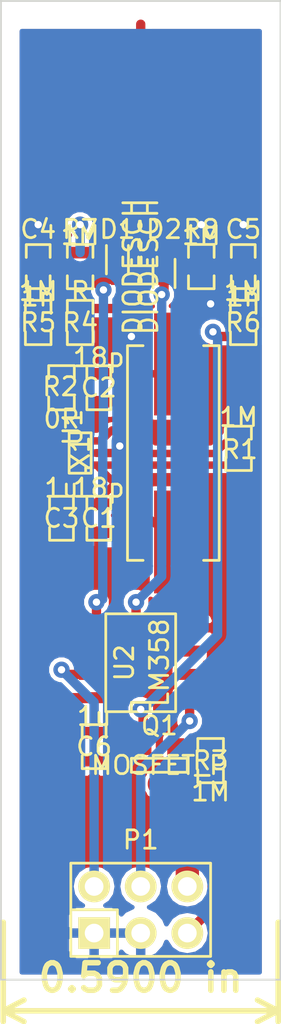
<source format=kicad_pcb>
(kicad_pcb (version 4) (host pcbnew "(2015-02-02 BZR 5402)-product")

  (general
    (links 44)
    (no_connects 0)
    (area 149.809999 77.419999 165.150001 130.860001)
    (thickness 1.6)
    (drawings 7)
    (tracks 154)
    (zones 0)
    (modules 21)
    (nets 14)
  )

  (page A4)
  (layers
    (0 F.Cu signal)
    (31 B.Cu signal)
    (32 B.Adhes user)
    (33 F.Adhes user)
    (34 B.Paste user)
    (35 F.Paste user)
    (36 B.SilkS user)
    (37 F.SilkS user)
    (38 B.Mask user)
    (39 F.Mask user)
    (40 Dwgs.User user)
    (41 Cmts.User user)
    (42 Eco1.User user)
    (43 Eco2.User user)
    (44 Edge.Cuts user)
    (45 Margin user)
    (46 B.CrtYd user)
    (47 F.CrtYd user)
    (48 B.Fab user)
    (49 F.Fab user)
  )

  (setup
    (last_trace_width 0.254)
    (user_trace_width 0.4064)
    (user_trace_width 0.508)
    (user_trace_width 1.27)
    (trace_clearance 0.2286)
    (zone_clearance 0.2286)
    (zone_45_only no)
    (trace_min 0.254)
    (segment_width 0.2)
    (edge_width 0.1)
    (via_size 0.889)
    (via_drill 0.4)
    (via_min_size 0.889)
    (via_min_drill 0.4)
    (uvia_size 0.508)
    (uvia_drill 0.127)
    (uvias_allowed no)
    (uvia_min_size 0.4572)
    (uvia_min_drill 0.127)
    (pcb_text_width 0.3)
    (pcb_text_size 1.5 1.5)
    (mod_edge_width 0.15)
    (mod_text_size 1 1)
    (mod_text_width 0.15)
    (pad_size 1.5 1.5)
    (pad_drill 0.6)
    (pad_to_mask_clearance 0)
    (aux_axis_origin 0 0)
    (visible_elements FFFEFF7F)
    (pcbplotparams
      (layerselection 0x00030_80000001)
      (usegerberextensions false)
      (excludeedgelayer true)
      (linewidth 0.100000)
      (plotframeref false)
      (viasonmask false)
      (mode 1)
      (useauxorigin false)
      (hpglpennumber 1)
      (hpglpenspeed 20)
      (hpglpendiameter 15)
      (hpglpenoverlay 2)
      (psnegative false)
      (psa4output false)
      (plotreference true)
      (plotvalue true)
      (plotinvisibletext false)
      (padsonsilk false)
      (subtractmaskfromsilk false)
      (outputformat 1)
      (mirror false)
      (drillshape 1)
      (scaleselection 1)
      (outputdirectory ""))
  )

  (net 0 "")
  (net 1 "Net-(C1-Pad1)")
  (net 2 GND)
  (net 3 "Net-(C2-Pad1)")
  (net 4 VCC)
  (net 5 /SENSE_LOW)
  (net 6 /SENSE_HIGH)
  (net 7 /SENSOR_TRACK)
  (net 8 /~ENABLE)
  (net 9 VDD)
  (net 10 "Net-(R1-Pad1)")
  (net 11 "Net-(R4-Pad2)")
  (net 12 /SENSE_LOW_OUT)
  (net 13 /SENSE_HIGH_OUT)

  (net_class Default "This is the default net class."
    (clearance 0.2286)
    (trace_width 0.254)
    (via_dia 0.889)
    (via_drill 0.4)
    (uvia_dia 0.508)
    (uvia_drill 0.127)
    (add_net /SENSE_HIGH)
    (add_net /SENSE_HIGH_OUT)
    (add_net /SENSE_LOW)
    (add_net /SENSE_LOW_OUT)
    (add_net /SENSOR_TRACK)
    (add_net /~ENABLE)
    (add_net GND)
    (add_net "Net-(C1-Pad1)")
    (add_net "Net-(C2-Pad1)")
    (add_net "Net-(R1-Pad1)")
    (add_net "Net-(R4-Pad2)")
    (add_net VCC)
    (add_net VDD)
  )

  (module SMD_Packages:SMD-0603_c placed (layer F.Cu) (tedit 54D226C6) (tstamp 54D22707)
    (at 155.194 105.664 270)
    (path /54D21881)
    (attr smd)
    (fp_text reference C1 (at 0 0 360) (layer F.SilkS)
      (effects (font (size 1 1) (thickness 0.15)))
    )
    (fp_text value 18p (at -1.651 0 360) (layer F.SilkS)
      (effects (font (size 1 1) (thickness 0.15)))
    )
    (fp_line (start 0.50038 0.65024) (end 1.19888 0.65024) (layer F.SilkS) (width 0.15))
    (fp_line (start -0.50038 0.65024) (end -1.19888 0.65024) (layer F.SilkS) (width 0.15))
    (fp_line (start 0.50038 -0.65024) (end 1.19888 -0.65024) (layer F.SilkS) (width 0.15))
    (fp_line (start -1.19888 -0.65024) (end -0.50038 -0.65024) (layer F.SilkS) (width 0.15))
    (fp_line (start 1.19888 -0.635) (end 1.19888 0.635) (layer F.SilkS) (width 0.15))
    (fp_line (start -1.19888 0.635) (end -1.19888 -0.635) (layer F.SilkS) (width 0.15))
    (pad 1 smd rect (at -0.762 0 270) (size 0.635 1.143) (layers F.Cu F.Paste F.Mask)
      (net 1 "Net-(C1-Pad1)"))
    (pad 2 smd rect (at 0.762 0 270) (size 0.635 1.143) (layers F.Cu F.Paste F.Mask)
      (net 2 GND))
    (model Capacitors_SMD/C_0603.wrl
      (at (xyz 0 0 0.001))
      (scale (xyz 1 1 1))
      (rotate (xyz 0 0 0))
    )
  )

  (module Transistors_SMD:sc70-6 placed (layer F.Cu) (tedit 54D226C6) (tstamp 54D22776)
    (at 154.178 102.108 90)
    (descr SC70-6)
    (path /54D21739)
    (attr smd)
    (fp_text reference U1 (at 1.4 -0.4 90) (layer F.SilkS)
      (effects (font (size 1 1) (thickness 0.15)))
    )
    (fp_text value NC7WZU04P6 (at 2.2 0.2 90) (layer F.SilkS) hide
      (effects (font (size 1 1) (thickness 0.15)))
    )
    (fp_line (start -1.1 0.3) (end -0.8 0.3) (layer F.SilkS) (width 0.15))
    (fp_line (start -0.8 0.3) (end -0.8 0.6) (layer F.SilkS) (width 0.15))
    (fp_line (start 1.1 0.6) (end 1.1 -0.6) (layer F.SilkS) (width 0.15))
    (fp_line (start -1.1 -0.6) (end -1.1 0.6) (layer F.SilkS) (width 0.15))
    (fp_line (start -1.1 0.6) (end 1.1 0.6) (layer F.SilkS) (width 0.15))
    (fp_line (start 1.1 -0.6) (end -1.1 -0.6) (layer F.SilkS) (width 0.15))
    (pad 1 smd rect (at -0.6604 1.016 90) (size 0.4064 0.6604) (layers F.Cu F.Paste F.Mask)
      (net 1 "Net-(C1-Pad1)"))
    (pad 3 smd rect (at 0.6604 1.016 90) (size 0.4064 0.6604) (layers F.Cu F.Paste F.Mask)
      (net 10 "Net-(R1-Pad1)"))
    (pad 2 smd rect (at 0 1.016 90) (size 0.4064 0.6604) (layers F.Cu F.Paste F.Mask)
      (net 2 GND))
    (pad 4 smd rect (at 0.6604 -1.016 90) (size 0.4064 0.6604) (layers F.Cu F.Paste F.Mask)
      (net 11 "Net-(R4-Pad2)"))
    (pad 6 smd rect (at -0.6604 -1.016 90) (size 0.4064 0.6604) (layers F.Cu F.Paste F.Mask)
      (net 10 "Net-(R1-Pad1)"))
    (pad 5 smd rect (at 0 -1.016 90) (size 0.4064 0.6604) (layers F.Cu F.Paste F.Mask)
      (net 4 VCC))
    (model Transistors_SMD/sc70-6.wrl
      (at (xyz 0 0 0))
      (scale (xyz 1 1 1))
      (rotate (xyz 0 0 0))
    )
  )

  (module SMD_Packages:SMD-0603_r placed (layer F.Cu) (tedit 54D226C6) (tstamp 54D22742)
    (at 162.814 101.854 270)
    (path /54D2193D)
    (attr smd)
    (fp_text reference R1 (at 0.0635 -0.0635 360) (layer F.SilkS)
      (effects (font (size 1 1) (thickness 0.15)))
    )
    (fp_text value 1M (at -1.69926 0 360) (layer F.SilkS)
      (effects (font (size 1 1) (thickness 0.15)))
    )
    (fp_line (start -0.50038 -0.6985) (end -1.2065 -0.6985) (layer F.SilkS) (width 0.15))
    (fp_line (start -1.2065 -0.6985) (end -1.2065 0.6985) (layer F.SilkS) (width 0.15))
    (fp_line (start -1.2065 0.6985) (end -0.50038 0.6985) (layer F.SilkS) (width 0.15))
    (fp_line (start 1.2065 -0.6985) (end 0.50038 -0.6985) (layer F.SilkS) (width 0.15))
    (fp_line (start 1.2065 -0.6985) (end 1.2065 0.6985) (layer F.SilkS) (width 0.15))
    (fp_line (start 1.2065 0.6985) (end 0.50038 0.6985) (layer F.SilkS) (width 0.15))
    (pad 1 smd rect (at -0.762 0 270) (size 0.635 1.143) (layers F.Cu F.Paste F.Mask)
      (net 10 "Net-(R1-Pad1)"))
    (pad 2 smd rect (at 0.762 0 270) (size 0.635 1.143) (layers F.Cu F.Paste F.Mask)
      (net 1 "Net-(C1-Pad1)"))
    (model Resistors_SMD/R_0603.wrl
      (at (xyz 0 0 0.001))
      (scale (xyz 1 1 1))
      (rotate (xyz 0 0 0))
    )
  )

  (module SMD_Packages:SMD-0603_c placed (layer F.Cu) (tedit 54D226C6) (tstamp 54D22713)
    (at 153.162 105.664 270)
    (path /54D21E5C)
    (attr smd)
    (fp_text reference C3 (at 0 0 360) (layer F.SilkS)
      (effects (font (size 1 1) (thickness 0.15)))
    )
    (fp_text value 1u (at -1.651 0 360) (layer F.SilkS)
      (effects (font (size 1 1) (thickness 0.15)))
    )
    (fp_line (start 0.50038 0.65024) (end 1.19888 0.65024) (layer F.SilkS) (width 0.15))
    (fp_line (start -0.50038 0.65024) (end -1.19888 0.65024) (layer F.SilkS) (width 0.15))
    (fp_line (start 0.50038 -0.65024) (end 1.19888 -0.65024) (layer F.SilkS) (width 0.15))
    (fp_line (start -1.19888 -0.65024) (end -0.50038 -0.65024) (layer F.SilkS) (width 0.15))
    (fp_line (start 1.19888 -0.635) (end 1.19888 0.635) (layer F.SilkS) (width 0.15))
    (fp_line (start -1.19888 0.635) (end -1.19888 -0.635) (layer F.SilkS) (width 0.15))
    (pad 1 smd rect (at -0.762 0 270) (size 0.635 1.143) (layers F.Cu F.Paste F.Mask)
      (net 4 VCC))
    (pad 2 smd rect (at 0.762 0 270) (size 0.635 1.143) (layers F.Cu F.Paste F.Mask)
      (net 2 GND))
    (model Capacitors_SMD/C_0603.wrl
      (at (xyz 0 0 0.001))
      (scale (xyz 1 1 1))
      (rotate (xyz 0 0 0))
    )
  )

  (module Crystals:Crystal_HC49-SD_SMD placed (layer F.Cu) (tedit 54D226C6) (tstamp 54D2277C)
    (at 159.258 102.108 90)
    (descr "Crystal, Quarz, HC49-SD, SMD,")
    (tags "Crystal, Quarz, HC49-SD, SMD,")
    (path /54D213EA)
    (attr smd)
    (fp_text reference X1 (at 0 -5.08 90) (layer F.SilkS)
      (effects (font (size 1 1) (thickness 0.15)))
    )
    (fp_text value 16MHz (at 2.54 5.08 90) (layer F.SilkS) hide
      (effects (font (size 1 1) (thickness 0.15)))
    )
    (fp_circle (center 0 0) (end 0.8509 0) (layer F.Adhes) (width 0.381))
    (fp_circle (center 0 0) (end 0.50038 0) (layer F.Adhes) (width 0.381))
    (fp_circle (center 0 0) (end 0.14986 0.0508) (layer F.Adhes) (width 0.381))
    (fp_line (start -5.84962 2.49936) (end 5.84962 2.49936) (layer F.SilkS) (width 0.15))
    (fp_line (start 5.84962 -2.49936) (end -5.84962 -2.49936) (layer F.SilkS) (width 0.15))
    (fp_line (start 5.84962 2.49936) (end 5.84962 1.651) (layer F.SilkS) (width 0.15))
    (fp_line (start 5.84962 -2.49936) (end 5.84962 -1.651) (layer F.SilkS) (width 0.15))
    (fp_line (start -5.84962 2.49936) (end -5.84962 1.651) (layer F.SilkS) (width 0.15))
    (fp_line (start -5.84962 -2.49936) (end -5.84962 -1.651) (layer F.SilkS) (width 0.15))
    (pad 1 smd rect (at -4.84886 0 90) (size 5.6007 2.10058) (layers F.Cu F.Paste F.Mask)
      (net 1 "Net-(C1-Pad1)"))
    (pad 2 smd rect (at 4.84886 0 90) (size 5.6007 2.10058) (layers F.Cu F.Paste F.Mask)
      (net 3 "Net-(C2-Pad1)"))
    (model ../../usr/local/share/kicad/modules/packages3d/Crystals_Oscillators_SMD/Q_49U3HMS.wrl
      (at (xyz 0 0 0))
      (scale (xyz 1 1 1))
      (rotate (xyz 0 0 0))
    )
  )

  (module SMD_Packages:SMD-0603_c placed (layer F.Cu) (tedit 54D226C6) (tstamp 54D2270D)
    (at 155.194 98.552 270)
    (path /54D218DE)
    (attr smd)
    (fp_text reference C2 (at 0 0 360) (layer F.SilkS)
      (effects (font (size 1 1) (thickness 0.15)))
    )
    (fp_text value 18p (at -1.651 0 360) (layer F.SilkS)
      (effects (font (size 1 1) (thickness 0.15)))
    )
    (fp_line (start 0.50038 0.65024) (end 1.19888 0.65024) (layer F.SilkS) (width 0.15))
    (fp_line (start -0.50038 0.65024) (end -1.19888 0.65024) (layer F.SilkS) (width 0.15))
    (fp_line (start 0.50038 -0.65024) (end 1.19888 -0.65024) (layer F.SilkS) (width 0.15))
    (fp_line (start -1.19888 -0.65024) (end -0.50038 -0.65024) (layer F.SilkS) (width 0.15))
    (fp_line (start 1.19888 -0.635) (end 1.19888 0.635) (layer F.SilkS) (width 0.15))
    (fp_line (start -1.19888 0.635) (end -1.19888 -0.635) (layer F.SilkS) (width 0.15))
    (pad 1 smd rect (at -0.762 0 270) (size 0.635 1.143) (layers F.Cu F.Paste F.Mask)
      (net 3 "Net-(C2-Pad1)"))
    (pad 2 smd rect (at 0.762 0 270) (size 0.635 1.143) (layers F.Cu F.Paste F.Mask)
      (net 2 GND))
    (model Capacitors_SMD/C_0603.wrl
      (at (xyz 0 0 0.001))
      (scale (xyz 1 1 1))
      (rotate (xyz 0 0 0))
    )
  )

  (module SMD_Packages:SMD-0603_r placed (layer F.Cu) (tedit 54D226C6) (tstamp 54D22748)
    (at 153.162 98.552 90)
    (path /54D21994)
    (attr smd)
    (fp_text reference R2 (at 0.0635 -0.0635 180) (layer F.SilkS)
      (effects (font (size 1 1) (thickness 0.15)))
    )
    (fp_text value 0R (at -1.69926 0 180) (layer F.SilkS)
      (effects (font (size 1 1) (thickness 0.15)))
    )
    (fp_line (start -0.50038 -0.6985) (end -1.2065 -0.6985) (layer F.SilkS) (width 0.15))
    (fp_line (start -1.2065 -0.6985) (end -1.2065 0.6985) (layer F.SilkS) (width 0.15))
    (fp_line (start -1.2065 0.6985) (end -0.50038 0.6985) (layer F.SilkS) (width 0.15))
    (fp_line (start 1.2065 -0.6985) (end 0.50038 -0.6985) (layer F.SilkS) (width 0.15))
    (fp_line (start 1.2065 -0.6985) (end 1.2065 0.6985) (layer F.SilkS) (width 0.15))
    (fp_line (start 1.2065 0.6985) (end 0.50038 0.6985) (layer F.SilkS) (width 0.15))
    (pad 1 smd rect (at -0.762 0 90) (size 0.635 1.143) (layers F.Cu F.Paste F.Mask)
      (net 10 "Net-(R1-Pad1)"))
    (pad 2 smd rect (at 0.762 0 90) (size 0.635 1.143) (layers F.Cu F.Paste F.Mask)
      (net 3 "Net-(C2-Pad1)"))
    (model Resistors_SMD/R_0603.wrl
      (at (xyz 0 0 0.001))
      (scale (xyz 1 1 1))
      (rotate (xyz 0 0 0))
    )
  )

  (module SMD_Packages:SMD-0603_r placed (layer F.Cu) (tedit 54D226C6) (tstamp 54D24D89)
    (at 154.178 94.996 270)
    (path /54D2209D)
    (attr smd)
    (fp_text reference R4 (at 0 0 360) (layer F.SilkS)
      (effects (font (size 1 1) (thickness 0.15)))
    )
    (fp_text value R (at -1.69926 0 360) (layer F.SilkS)
      (effects (font (size 1 1) (thickness 0.15)))
    )
    (fp_line (start -0.50038 -0.6985) (end -1.2065 -0.6985) (layer F.SilkS) (width 0.15))
    (fp_line (start -1.2065 -0.6985) (end -1.2065 0.6985) (layer F.SilkS) (width 0.15))
    (fp_line (start -1.2065 0.6985) (end -0.50038 0.6985) (layer F.SilkS) (width 0.15))
    (fp_line (start 1.2065 -0.6985) (end 0.50038 -0.6985) (layer F.SilkS) (width 0.15))
    (fp_line (start 1.2065 -0.6985) (end 1.2065 0.6985) (layer F.SilkS) (width 0.15))
    (fp_line (start 1.2065 0.6985) (end 0.50038 0.6985) (layer F.SilkS) (width 0.15))
    (pad 1 smd rect (at -0.762 0 270) (size 0.635 1.143) (layers F.Cu F.Paste F.Mask)
      (net 7 /SENSOR_TRACK))
    (pad 2 smd rect (at 0.762 0 270) (size 0.635 1.143) (layers F.Cu F.Paste F.Mask)
      (net 11 "Net-(R4-Pad2)"))
    (model Resistors_SMD/R_0603.wrl
      (at (xyz 0 0 0.001))
      (scale (xyz 1 1 1))
      (rotate (xyz 0 0 0))
    )
  )

  (module SMD_Packages:SMD-0603_c placed (layer F.Cu) (tedit 54D226C6) (tstamp 54D22719)
    (at 151.892 91.948 90)
    (path /54D2222A)
    (attr smd)
    (fp_text reference C4 (at 2.032 0 180) (layer F.SilkS)
      (effects (font (size 1 1) (thickness 0.15)))
    )
    (fp_text value 1n (at -1.651 0 180) (layer F.SilkS)
      (effects (font (size 1 1) (thickness 0.15)))
    )
    (fp_line (start 0.50038 0.65024) (end 1.19888 0.65024) (layer F.SilkS) (width 0.15))
    (fp_line (start -0.50038 0.65024) (end -1.19888 0.65024) (layer F.SilkS) (width 0.15))
    (fp_line (start 0.50038 -0.65024) (end 1.19888 -0.65024) (layer F.SilkS) (width 0.15))
    (fp_line (start -1.19888 -0.65024) (end -0.50038 -0.65024) (layer F.SilkS) (width 0.15))
    (fp_line (start 1.19888 -0.635) (end 1.19888 0.635) (layer F.SilkS) (width 0.15))
    (fp_line (start -1.19888 0.635) (end -1.19888 -0.635) (layer F.SilkS) (width 0.15))
    (pad 1 smd rect (at -0.762 0 90) (size 0.635 1.143) (layers F.Cu F.Paste F.Mask)
      (net 5 /SENSE_LOW))
    (pad 2 smd rect (at 0.762 0 90) (size 0.635 1.143) (layers F.Cu F.Paste F.Mask)
      (net 2 GND))
    (model Capacitors_SMD/C_0603.wrl
      (at (xyz 0 0 0))
      (scale (xyz 1 1 1))
      (rotate (xyz 0 0 0))
    )
  )

  (module SMD_Packages:SMD-0603_c placed (layer F.Cu) (tedit 54D226C6) (tstamp 54D2271F)
    (at 163.068 91.948 90)
    (path /54D22484)
    (attr smd)
    (fp_text reference C5 (at 2.032 0 180) (layer F.SilkS)
      (effects (font (size 1 1) (thickness 0.15)))
    )
    (fp_text value 1n (at -1.651 0 180) (layer F.SilkS)
      (effects (font (size 1 1) (thickness 0.15)))
    )
    (fp_line (start 0.50038 0.65024) (end 1.19888 0.65024) (layer F.SilkS) (width 0.15))
    (fp_line (start -0.50038 0.65024) (end -1.19888 0.65024) (layer F.SilkS) (width 0.15))
    (fp_line (start 0.50038 -0.65024) (end 1.19888 -0.65024) (layer F.SilkS) (width 0.15))
    (fp_line (start -1.19888 -0.65024) (end -0.50038 -0.65024) (layer F.SilkS) (width 0.15))
    (fp_line (start 1.19888 -0.635) (end 1.19888 0.635) (layer F.SilkS) (width 0.15))
    (fp_line (start -1.19888 0.635) (end -1.19888 -0.635) (layer F.SilkS) (width 0.15))
    (pad 1 smd rect (at -0.762 0 90) (size 0.635 1.143) (layers F.Cu F.Paste F.Mask)
      (net 6 /SENSE_HIGH))
    (pad 2 smd rect (at 0.762 0 90) (size 0.635 1.143) (layers F.Cu F.Paste F.Mask)
      (net 2 GND))
    (model Capacitors_SMD/C_0603.wrl
      (at (xyz 0 0 0.001))
      (scale (xyz 1 1 1))
      (rotate (xyz 0 0 0))
    )
  )

  (module Pin_Headers:Pin_Header_Straight_2x03 placed (layer F.Cu) (tedit 54D226C6) (tstamp 54D22735)
    (at 157.48 127)
    (descr "Through hole pin header")
    (tags "pin header")
    (path /54D22B40)
    (fp_text reference P1 (at 0 -3.81) (layer F.SilkS)
      (effects (font (size 1 1) (thickness 0.15)))
    )
    (fp_text value CONN_01X06 (at 0 0) (layer F.SilkS) hide
      (effects (font (size 1 1) (thickness 0.15)))
    )
    (fp_line (start -3.81 0) (end -1.27 0) (layer F.SilkS) (width 0.15))
    (fp_line (start -1.27 0) (end -1.27 2.54) (layer F.SilkS) (width 0.15))
    (fp_line (start -3.81 2.54) (end 3.81 2.54) (layer F.SilkS) (width 0.15))
    (fp_line (start 3.81 2.54) (end 3.81 -2.54) (layer F.SilkS) (width 0.15))
    (fp_line (start 3.81 -2.54) (end -1.27 -2.54) (layer F.SilkS) (width 0.15))
    (fp_line (start -3.81 2.54) (end -3.81 0) (layer F.SilkS) (width 0.15))
    (fp_line (start -3.81 -2.54) (end -3.81 0) (layer F.SilkS) (width 0.15))
    (fp_line (start -1.27 -2.54) (end -3.81 -2.54) (layer F.SilkS) (width 0.15))
    (pad 1 thru_hole rect (at -2.54 1.27) (size 1.7272 1.7272) (drill 1.016) (layers *.Cu *.Mask F.SilkS)
      (net 2 GND))
    (pad 2 thru_hole oval (at -2.54 -1.27) (size 1.7272 1.7272) (drill 1.016) (layers *.Cu *.Mask F.SilkS)
      (net 12 /SENSE_LOW_OUT))
    (pad 3 thru_hole oval (at 0 1.27) (size 1.7272 1.7272) (drill 1.016) (layers *.Cu *.Mask F.SilkS)
      (net 2 GND))
    (pad 4 thru_hole oval (at 0 -1.27) (size 1.7272 1.7272) (drill 1.016) (layers *.Cu *.Mask F.SilkS)
      (net 13 /SENSE_HIGH_OUT))
    (pad 5 thru_hole oval (at 2.54 1.27) (size 1.7272 1.7272) (drill 1.016) (layers *.Cu *.Mask F.SilkS)
      (net 8 /~ENABLE))
    (pad 6 thru_hole oval (at 2.54 -1.27) (size 1.7272 1.7272) (drill 1.016) (layers *.Cu *.Mask F.SilkS)
      (net 9 VDD))
    (model Pin_Headers/Pin_Header_Straight_2x03.wrl
      (at (xyz 0 0 0))
      (scale (xyz 1 1 1))
      (rotate (xyz 0 0 0))
    )
  )

  (module SMD_Packages:SOT-23-GDS placed (layer F.Cu) (tedit 54D226C6) (tstamp 54D2273C)
    (at 158.496 119.126)
    (descr "Module CMS SOT23 Transistore EBC")
    (tags "CMS SOT")
    (path /54D22CB3)
    (attr smd)
    (fp_text reference Q1 (at 0 -2.159) (layer F.SilkS)
      (effects (font (size 1 1) (thickness 0.15)))
    )
    (fp_text value MOSFET_P (at 0 0) (layer F.SilkS)
      (effects (font (size 1 1) (thickness 0.15)))
    )
    (fp_line (start -1.524 -0.381) (end 1.524 -0.381) (layer F.SilkS) (width 0.15))
    (fp_line (start 1.524 -0.381) (end 1.524 0.381) (layer F.SilkS) (width 0.15))
    (fp_line (start 1.524 0.381) (end -1.524 0.381) (layer F.SilkS) (width 0.15))
    (fp_line (start -1.524 0.381) (end -1.524 -0.381) (layer F.SilkS) (width 0.15))
    (pad S smd rect (at -0.889 -1.016) (size 0.9144 0.9144) (layers F.Cu F.Paste F.Mask)
      (net 4 VCC))
    (pad G smd rect (at 0.889 -1.016) (size 0.9144 0.9144) (layers F.Cu F.Paste F.Mask)
      (net 8 /~ENABLE))
    (pad D smd rect (at 0 1.016) (size 0.9144 0.9144) (layers F.Cu F.Paste F.Mask)
      (net 9 VDD))
    (model SMD_Packages/SOT-23-GDS.wrl
      (at (xyz 0 0 0))
      (scale (xyz 0.13 0.15 0.15))
      (rotate (xyz 0 0 0))
    )
  )

  (module SMD_Packages:SMD-0603_r placed (layer F.Cu) (tedit 54D226C6) (tstamp 54D24F12)
    (at 161.29 118.872 90)
    (path /54D22EA4)
    (attr smd)
    (fp_text reference R3 (at 0 0 180) (layer F.SilkS)
      (effects (font (size 1 1) (thickness 0.15)))
    )
    (fp_text value 1M (at -1.69926 0 180) (layer F.SilkS)
      (effects (font (size 1 1) (thickness 0.15)))
    )
    (fp_line (start -0.50038 -0.6985) (end -1.2065 -0.6985) (layer F.SilkS) (width 0.15))
    (fp_line (start -1.2065 -0.6985) (end -1.2065 0.6985) (layer F.SilkS) (width 0.15))
    (fp_line (start -1.2065 0.6985) (end -0.50038 0.6985) (layer F.SilkS) (width 0.15))
    (fp_line (start 1.2065 -0.6985) (end 0.50038 -0.6985) (layer F.SilkS) (width 0.15))
    (fp_line (start 1.2065 -0.6985) (end 1.2065 0.6985) (layer F.SilkS) (width 0.15))
    (fp_line (start 1.2065 0.6985) (end 0.50038 0.6985) (layer F.SilkS) (width 0.15))
    (pad 1 smd rect (at -0.762 0 90) (size 0.635 1.143) (layers F.Cu F.Paste F.Mask)
      (net 9 VDD))
    (pad 2 smd rect (at 0.762 0 90) (size 0.635 1.143) (layers F.Cu F.Paste F.Mask)
      (net 8 /~ENABLE))
    (model Resistors_SMD/R_0603.wrl
      (at (xyz 0 0 0.001))
      (scale (xyz 1 1 1))
      (rotate (xyz 0 0 0))
    )
  )

  (module SMD_Packages:SMD-0603_r placed (layer F.Cu) (tedit 54D226C6) (tstamp 54D2275A)
    (at 151.892 94.996 270)
    (path /54D22174)
    (attr smd)
    (fp_text reference R5 (at 0 0 360) (layer F.SilkS)
      (effects (font (size 1 1) (thickness 0.15)))
    )
    (fp_text value 1M (at -1.69926 0 360) (layer F.SilkS)
      (effects (font (size 1 1) (thickness 0.15)))
    )
    (fp_line (start -0.50038 -0.6985) (end -1.2065 -0.6985) (layer F.SilkS) (width 0.15))
    (fp_line (start -1.2065 -0.6985) (end -1.2065 0.6985) (layer F.SilkS) (width 0.15))
    (fp_line (start -1.2065 0.6985) (end -0.50038 0.6985) (layer F.SilkS) (width 0.15))
    (fp_line (start 1.2065 -0.6985) (end 0.50038 -0.6985) (layer F.SilkS) (width 0.15))
    (fp_line (start 1.2065 -0.6985) (end 1.2065 0.6985) (layer F.SilkS) (width 0.15))
    (fp_line (start 1.2065 0.6985) (end 0.50038 0.6985) (layer F.SilkS) (width 0.15))
    (pad 1 smd rect (at -0.762 0 270) (size 0.635 1.143) (layers F.Cu F.Paste F.Mask)
      (net 5 /SENSE_LOW))
    (pad 2 smd rect (at 0.762 0 270) (size 0.635 1.143) (layers F.Cu F.Paste F.Mask)
      (net 4 VCC))
    (model Resistors_SMD/R_0603.wrl
      (at (xyz 0 0 0.001))
      (scale (xyz 1 1 1))
      (rotate (xyz 0 0 0))
    )
  )

  (module SMD_Packages:SMD-0603_r placed (layer F.Cu) (tedit 54D226C6) (tstamp 54D22760)
    (at 163.068 94.996 270)
    (path /54D2252C)
    (attr smd)
    (fp_text reference R6 (at 0 0 360) (layer F.SilkS)
      (effects (font (size 1 1) (thickness 0.15)))
    )
    (fp_text value 1M (at -1.69926 0 360) (layer F.SilkS)
      (effects (font (size 1 1) (thickness 0.15)))
    )
    (fp_line (start -0.50038 -0.6985) (end -1.2065 -0.6985) (layer F.SilkS) (width 0.15))
    (fp_line (start -1.2065 -0.6985) (end -1.2065 0.6985) (layer F.SilkS) (width 0.15))
    (fp_line (start -1.2065 0.6985) (end -0.50038 0.6985) (layer F.SilkS) (width 0.15))
    (fp_line (start 1.2065 -0.6985) (end 0.50038 -0.6985) (layer F.SilkS) (width 0.15))
    (fp_line (start 1.2065 -0.6985) (end 1.2065 0.6985) (layer F.SilkS) (width 0.15))
    (fp_line (start 1.2065 0.6985) (end 0.50038 0.6985) (layer F.SilkS) (width 0.15))
    (pad 1 smd rect (at -0.762 0 270) (size 0.635 1.143) (layers F.Cu F.Paste F.Mask)
      (net 6 /SENSE_HIGH))
    (pad 2 smd rect (at 0.762 0 270) (size 0.635 1.143) (layers F.Cu F.Paste F.Mask)
      (net 4 VCC))
    (model Resistors_SMD/R_0603.wrl
      (at (xyz 0 0 0.001))
      (scale (xyz 1 1 1))
      (rotate (xyz 0 0 0))
    )
  )

  (module SMD_Packages:SMD-0603_r placed (layer F.Cu) (tedit 54D226C6) (tstamp 54D22766)
    (at 154.178 91.948 270)
    (path /54D222F8)
    (attr smd)
    (fp_text reference R7 (at -2.032 0 360) (layer F.SilkS)
      (effects (font (size 1 1) (thickness 0.15)))
    )
    (fp_text value 1M (at -1.69926 0 360) (layer F.SilkS)
      (effects (font (size 1 1) (thickness 0.15)))
    )
    (fp_line (start -0.50038 -0.6985) (end -1.2065 -0.6985) (layer F.SilkS) (width 0.15))
    (fp_line (start -1.2065 -0.6985) (end -1.2065 0.6985) (layer F.SilkS) (width 0.15))
    (fp_line (start -1.2065 0.6985) (end -0.50038 0.6985) (layer F.SilkS) (width 0.15))
    (fp_line (start 1.2065 -0.6985) (end 0.50038 -0.6985) (layer F.SilkS) (width 0.15))
    (fp_line (start 1.2065 -0.6985) (end 1.2065 0.6985) (layer F.SilkS) (width 0.15))
    (fp_line (start 1.2065 0.6985) (end 0.50038 0.6985) (layer F.SilkS) (width 0.15))
    (pad 1 smd rect (at -0.762 0 270) (size 0.635 1.143) (layers F.Cu F.Paste F.Mask)
      (net 2 GND))
    (pad 2 smd rect (at 0.762 0 270) (size 0.635 1.143) (layers F.Cu F.Paste F.Mask)
      (net 5 /SENSE_LOW))
    (model Resistors_SMD/R_0603.wrl
      (at (xyz 0 0 0.001))
      (scale (xyz 1 1 1))
      (rotate (xyz 0 0 0))
    )
  )

  (module SMD_Packages:SMD-0603_r placed (layer F.Cu) (tedit 54D226C6) (tstamp 54D2276C)
    (at 160.782 91.948 270)
    (path /54D221C8)
    (attr smd)
    (fp_text reference R8 (at -2.032 0 360) (layer F.SilkS)
      (effects (font (size 1 1) (thickness 0.15)))
    )
    (fp_text value 1M (at -1.69926 0 360) (layer F.SilkS)
      (effects (font (size 1 1) (thickness 0.15)))
    )
    (fp_line (start -0.50038 -0.6985) (end -1.2065 -0.6985) (layer F.SilkS) (width 0.15))
    (fp_line (start -1.2065 -0.6985) (end -1.2065 0.6985) (layer F.SilkS) (width 0.15))
    (fp_line (start -1.2065 0.6985) (end -0.50038 0.6985) (layer F.SilkS) (width 0.15))
    (fp_line (start 1.2065 -0.6985) (end 0.50038 -0.6985) (layer F.SilkS) (width 0.15))
    (fp_line (start 1.2065 -0.6985) (end 1.2065 0.6985) (layer F.SilkS) (width 0.15))
    (fp_line (start 1.2065 0.6985) (end 0.50038 0.6985) (layer F.SilkS) (width 0.15))
    (pad 1 smd rect (at -0.762 0 270) (size 0.635 1.143) (layers F.Cu F.Paste F.Mask)
      (net 2 GND))
    (pad 2 smd rect (at 0.762 0 270) (size 0.635 1.143) (layers F.Cu F.Paste F.Mask)
      (net 6 /SENSE_HIGH))
    (model Resistors_SMD/R_0603.wrl
      (at (xyz 0 0 0.001))
      (scale (xyz 1 1 1))
      (rotate (xyz 0 0 0))
    )
  )

  (module SMD_Packages:SOIC-8-W (layer F.Cu) (tedit 54D240B1) (tstamp 54D252C2)
    (at 157.48 113.538 90)
    (descr "module SMD SOIC SOJ 8 pins etroit")
    (tags "CMS SOJ")
    (path /54D24072)
    (attr smd)
    (fp_text reference U2 (at 0 -0.889 90) (layer F.SilkS)
      (effects (font (size 1 1) (thickness 0.15)))
    )
    (fp_text value LM358 (at 0 1.016 90) (layer F.SilkS)
      (effects (font (size 1 1) (thickness 0.15)))
    )
    (fp_line (start -2.667 1.778) (end -2.667 1.905) (layer F.SilkS) (width 0.15))
    (fp_line (start -2.667 1.905) (end 2.667 1.905) (layer F.SilkS) (width 0.15))
    (fp_line (start 2.667 -1.905) (end -2.667 -1.905) (layer F.SilkS) (width 0.15))
    (fp_line (start -2.667 -1.905) (end -2.667 1.778) (layer F.SilkS) (width 0.15))
    (fp_line (start -2.667 -0.508) (end -2.159 -0.508) (layer F.SilkS) (width 0.15))
    (fp_line (start -2.159 -0.508) (end -2.159 0.508) (layer F.SilkS) (width 0.15))
    (fp_line (start -2.159 0.508) (end -2.667 0.508) (layer F.SilkS) (width 0.15))
    (fp_line (start 2.667 -1.905) (end 2.667 1.905) (layer F.SilkS) (width 0.15))
    (pad 8 smd rect (at -1.905 -2.667 90) (size 0.59944 1.39954) (layers F.Cu F.Paste F.Mask)
      (net 4 VCC))
    (pad 1 smd rect (at -1.905 2.667 90) (size 0.59944 1.39954) (layers F.Cu F.Paste F.Mask)
      (net 13 /SENSE_HIGH_OUT))
    (pad 7 smd rect (at -0.635 -2.667 90) (size 0.59944 1.39954) (layers F.Cu F.Paste F.Mask)
      (net 12 /SENSE_LOW_OUT))
    (pad 6 smd rect (at 0.635 -2.667 90) (size 0.59944 1.39954) (layers F.Cu F.Paste F.Mask)
      (net 12 /SENSE_LOW_OUT))
    (pad 5 smd rect (at 1.905 -2.667 90) (size 0.59944 1.39954) (layers F.Cu F.Paste F.Mask)
      (net 5 /SENSE_LOW))
    (pad 2 smd rect (at -0.635 2.667 90) (size 0.59944 1.39954) (layers F.Cu F.Paste F.Mask)
      (net 13 /SENSE_HIGH_OUT))
    (pad 3 smd rect (at 0.635 2.667 90) (size 0.59944 1.39954) (layers F.Cu F.Paste F.Mask)
      (net 6 /SENSE_HIGH))
    (pad 4 smd rect (at 1.905 2.667 90) (size 0.59944 1.39954) (layers F.Cu F.Paste F.Mask)
      (net 2 GND))
    (model SMD_Packages/SOIC-8-W.wrl
      (at (xyz 0 0 0))
      (scale (xyz 0.5 0.32 0.5))
      (rotate (xyz 0 0 0))
    )
  )

  (module SMD_Packages:SMD-0603_c (layer F.Cu) (tedit 54D24E80) (tstamp 54D24E99)
    (at 154.94 118.11 270)
    (path /54D2428C)
    (attr smd)
    (fp_text reference C6 (at 0 0 360) (layer F.SilkS)
      (effects (font (size 1 1) (thickness 0.15)))
    )
    (fp_text value 1u (at -1.651 0 360) (layer F.SilkS)
      (effects (font (size 1 1) (thickness 0.15)))
    )
    (fp_line (start 0.50038 0.65024) (end 1.19888 0.65024) (layer F.SilkS) (width 0.15))
    (fp_line (start -0.50038 0.65024) (end -1.19888 0.65024) (layer F.SilkS) (width 0.15))
    (fp_line (start 0.50038 -0.65024) (end 1.19888 -0.65024) (layer F.SilkS) (width 0.15))
    (fp_line (start -1.19888 -0.65024) (end -0.50038 -0.65024) (layer F.SilkS) (width 0.15))
    (fp_line (start 1.19888 -0.635) (end 1.19888 0.635) (layer F.SilkS) (width 0.15))
    (fp_line (start -1.19888 0.635) (end -1.19888 -0.635) (layer F.SilkS) (width 0.15))
    (pad 1 smd rect (at -0.762 0 270) (size 0.635 1.143) (layers F.Cu F.Paste F.Mask)
      (net 4 VCC))
    (pad 2 smd rect (at 0.762 0 270) (size 0.635 1.143) (layers F.Cu F.Paste F.Mask)
      (net 2 GND))
    (model Capacitors_SMD/C_0603.wrl
      (at (xyz 0 0 0.001))
      (scale (xyz 1 1 1))
      (rotate (xyz 0 0 0))
    )
  )

  (module SMD_Packages:SOD-523 (layer F.Cu) (tedit 54D255C3) (tstamp 54D25618)
    (at 156.21 91.948 90)
    (descr "http://www.diodes.com/datasheets/ap02001.pdf p.144")
    (tags "Diode SOD523")
    (path /54D21FCD)
    (fp_text reference D1 (at 2.032 0 180) (layer F.SilkS)
      (effects (font (size 1 1) (thickness 0.15)))
    )
    (fp_text value DIODESCH (at 0 1.7 90) (layer F.SilkS)
      (effects (font (size 1 1) (thickness 0.15)))
    )
    (fp_line (start -0.4 0.6) (end 1.15 0.6) (layer F.SilkS) (width 0.15))
    (fp_line (start -0.4 -0.6) (end 1.15 -0.6) (layer F.SilkS) (width 0.15))
    (pad 1 smd rect (at -0.7 0 90) (size 0.6 0.7) (layers F.Cu F.Paste F.Mask)
      (net 5 /SENSE_LOW))
    (pad 2 smd rect (at 0.7 0 90) (size 0.6 0.7) (layers F.Cu F.Paste F.Mask)
      (net 7 /SENSOR_TRACK))
  )

  (module SMD_Packages:SOD-523 (layer F.Cu) (tedit 54D255C3) (tstamp 54D2561D)
    (at 158.75 91.948 270)
    (descr "http://www.diodes.com/datasheets/ap02001.pdf p.144")
    (tags "Diode SOD523")
    (path /54D22068)
    (fp_text reference D2 (at -2.032 0 360) (layer F.SilkS)
      (effects (font (size 1 1) (thickness 0.15)))
    )
    (fp_text value DIODESCH (at 0 1.7 270) (layer F.SilkS)
      (effects (font (size 1 1) (thickness 0.15)))
    )
    (fp_line (start -0.4 0.6) (end 1.15 0.6) (layer F.SilkS) (width 0.15))
    (fp_line (start -0.4 -0.6) (end 1.15 -0.6) (layer F.SilkS) (width 0.15))
    (pad 1 smd rect (at -0.7 0 270) (size 0.6 0.7) (layers F.Cu F.Paste F.Mask)
      (net 7 /SENSOR_TRACK))
    (pad 2 smd rect (at 0.7 0 270) (size 0.6 0.7) (layers F.Cu F.Paste F.Mask)
      (net 6 /SENSE_HIGH))
  )

  (gr_line (start 165.1 77.47) (end 165.1 92.71) (angle 90) (layer Edge.Cuts) (width 0.1))
  (gr_line (start 149.86 77.47) (end 165.1 77.47) (angle 90) (layer Edge.Cuts) (width 0.1))
  (gr_line (start 149.86 92.71) (end 149.86 77.47) (angle 90) (layer Edge.Cuts) (width 0.1))
  (gr_line (start 165.1 92.71) (end 165.1 130.81) (layer Edge.Cuts) (width 0.1))
  (gr_line (start 149.86 130.81) (end 149.86 92.71) (layer Edge.Cuts) (width 0.1))
  (gr_line (start 165.1 130.81) (end 149.86 130.81) (layer Edge.Cuts) (width 0.1))
  (dimension 14.986 (width 0.3) (layer F.SilkS)
    (gr_text "14,986 mm" (at 157.48 133.858) (layer F.SilkS)
      (effects (font (size 1.5 1.5) (thickness 0.3)))
    )
    (feature1 (pts (xy 164.973 127.682) (xy 164.973 135.208)))
    (feature2 (pts (xy 149.987 127.682) (xy 149.987 135.208)))
    (crossbar (pts (xy 149.987 132.508) (xy 164.973 132.508)))
    (arrow1a (pts (xy 164.973 132.508) (xy 163.846496 133.094421)))
    (arrow1b (pts (xy 164.973 132.508) (xy 163.846496 131.921579)))
    (arrow2a (pts (xy 149.987 132.508) (xy 151.113504 133.094421)))
    (arrow2b (pts (xy 149.987 132.508) (xy 151.113504 131.921579)))
  )

  (segment (start 154.178 91.186) (end 154.178 89.662) (width 0.508) (layer B.Cu) (net 0))
  (via (at 154.178 89.662) (size 0.889) (layers F.Cu B.Cu) (net 0))
  (segment (start 156.07157 103.77043) (end 159.258 106.95686) (width 0.4064) (layer F.Cu) (net 1) (tstamp 54D22E13))
  (segment (start 155.194 104.902) (end 155.194 104.648) (width 0.4064) (layer F.Cu) (net 1))
  (segment (start 155.194 102.89286) (end 156.07157 103.77043) (width 0.4064) (layer F.Cu) (net 1) (tstamp 54D22DF8))
  (segment (start 155.194 104.648) (end 156.07157 103.77043) (width 0.4064) (layer F.Cu) (net 1) (tstamp 54D22E09))
  (segment (start 155.194 102.7684) (end 155.194 102.89286) (width 0.4064) (layer F.Cu) (net 1))
  (segment (start 162.6616 102.7684) (end 162.814 102.616) (width 0.4064) (layer F.Cu) (net 1))
  (segment (start 155.194 102.7684) (end 162.6616 102.7684) (width 0.4064) (layer F.Cu) (net 1))
  (segment (start 160.782 89.662) (end 160.782 93.472) (width 0.254) (layer B.Cu) (net 2))
  (via (at 161.29 93.98) (size 0.889) (layers F.Cu B.Cu) (net 2))
  (segment (start 160.782 93.472) (end 161.29 93.98) (width 0.254) (layer B.Cu) (net 2) (tstamp 54D274F5))
  (segment (start 160.782 89.662) (end 159.512 89.662) (width 0.254) (layer B.Cu) (net 2))
  (via (at 160.782 89.662) (size 0.889) (layers F.Cu B.Cu) (net 2))
  (segment (start 160.782 91.186) (end 160.782 89.662) (width 0.508) (layer F.Cu) (net 2))
  (via (at 156.972 95.758) (size 0.889) (layers F.Cu B.Cu) (net 2))
  (segment (start 156.972 92.202) (end 156.972 95.758) (width 0.254) (layer B.Cu) (net 2) (tstamp 54D274DC))
  (segment (start 159.512 89.662) (end 156.972 92.202) (width 0.254) (layer B.Cu) (net 2) (tstamp 54D274DA))
  (segment (start 163.068 91.186) (end 163.068 89.662) (width 0.508) (layer F.Cu) (net 2))
  (via (at 163.068 89.662) (size 0.889) (layers F.Cu B.Cu) (net 2))
  (segment (start 151.892 91.186) (end 151.892 89.662) (width 0.508) (layer F.Cu) (net 2))
  (via (at 151.892 89.662) (size 0.889) (layers F.Cu B.Cu) (net 2))
  (via (at 156.337 101.727) (size 0.889) (layers F.Cu B.Cu) (net 2))
  (segment (start 155.956 102.108) (end 156.337 101.727) (width 0.4064) (layer F.Cu) (net 2))
  (segment (start 155.194 102.108) (end 155.956 102.108) (width 0.4064) (layer F.Cu) (net 2))
  (segment (start 158.72714 97.79) (end 159.258 97.25914) (width 0.4064) (layer F.Cu) (net 3) (tstamp 54D22E78))
  (segment (start 158.72714 97.536) (end 159.004 97.25914) (width 0.508) (layer F.Cu) (net 3) (tstamp 54D22A42))
  (segment (start 153.162 97.79) (end 155.194 97.79) (width 0.4064) (layer F.Cu) (net 3))
  (segment (start 155.194 97.79) (end 158.72714 97.79) (width 0.4064) (layer F.Cu) (net 3))
  (segment (start 154.813 115.443) (end 153.289 115.443) (width 0.508) (layer F.Cu) (net 4))
  (segment (start 153.289 115.443) (end 151.892 114.046) (width 0.508) (layer F.Cu) (net 4) (tstamp 54D2646D))
  (segment (start 157.48 116.078) (end 157.607 116.078) (width 0.508) (layer B.Cu) (net 4))
  (segment (start 157.607 116.078) (end 161.671 112.014) (width 0.508) (layer B.Cu) (net 4) (tstamp 54D26401))
  (segment (start 157.607 118.11) (end 157.607 116.205) (width 0.508) (layer F.Cu) (net 4))
  (via (at 157.48 116.078) (size 0.889) (layers F.Cu B.Cu) (net 4))
  (segment (start 157.607 116.205) (end 157.48 116.078) (width 0.508) (layer F.Cu) (net 4) (tstamp 54D263E7))
  (segment (start 161.671 110.236) (end 161.671 112.014) (width 0.508) (layer B.Cu) (net 4))
  (segment (start 161.671 95.758) (end 161.671 110.236) (width 0.508) (layer B.Cu) (net 4) (tstamp 54D25D86))
  (segment (start 151.892 114.046) (end 151.892 113.120172) (width 0.508) (layer F.Cu) (net 4) (tstamp 54D25DEB))
  (segment (start 151.892 113.120172) (end 151.892 105.918) (width 0.508) (layer F.Cu) (net 4))
  (segment (start 151.892 105.918) (end 152.908 104.902) (width 0.508) (layer F.Cu) (net 4))
  (segment (start 161.671 95.758) (end 161.417 95.504) (width 0.508) (layer B.Cu) (net 4) (tstamp 54D25D87))
  (segment (start 151.892 95.758) (end 152.273 95.758) (width 0.508) (layer F.Cu) (net 4))
  (segment (start 161.671 95.758) (end 163.068 95.758) (width 0.508) (layer F.Cu) (net 4) (tstamp 54D25C19))
  (segment (start 161.417 95.504) (end 161.671 95.758) (width 0.508) (layer F.Cu) (net 4) (tstamp 54D25C18))
  (via (at 161.417 95.504) (size 0.889) (layers F.Cu B.Cu) (net 4))
  (segment (start 151.472889 96.842988) (end 151.892 96.423877) (width 0.508) (layer F.Cu) (net 4))
  (segment (start 151.892 96.423877) (end 151.892 95.758) (width 0.508) (layer F.Cu) (net 4))
  (segment (start 153.162 104.902) (end 153.162 104.0765) (width 0.508) (layer F.Cu) (net 4))
  (segment (start 153.162 104.0765) (end 151.472889 102.387389) (width 0.508) (layer F.Cu) (net 4))
  (segment (start 151.472889 102.387389) (end 151.472889 96.842988) (width 0.508) (layer F.Cu) (net 4))
  (segment (start 154.94 115.57) (end 154.813 115.443) (width 0.508) (layer F.Cu) (net 4))
  (segment (start 154.94 117.348) (end 154.94 115.57) (width 0.508) (layer F.Cu) (net 4))
  (segment (start 156.845 117.348) (end 157.607 118.11) (width 0.508) (layer F.Cu) (net 4))
  (segment (start 156.337 117.348) (end 156.845 117.348) (width 0.508) (layer F.Cu) (net 4) (tstamp 54D25D23))
  (segment (start 154.94 117.348) (end 156.337 117.348) (width 0.508) (layer F.Cu) (net 4))
  (segment (start 153.162 103.920439) (end 153.162 104.902) (width 0.4064) (layer F.Cu) (net 4))
  (segment (start 152.27299 103.031429) (end 153.162 103.920439) (width 0.4064) (layer F.Cu) (net 4))
  (segment (start 152.27299 102.26041) (end 152.27299 103.031429) (width 0.4064) (layer F.Cu) (net 4))
  (segment (start 152.4254 102.108) (end 152.27299 102.26041) (width 0.4064) (layer F.Cu) (net 4))
  (segment (start 153.162 102.108) (end 152.4254 102.108) (width 0.4064) (layer F.Cu) (net 4))
  (segment (start 154.94 117.348) (end 154.686 117.348) (width 0.4064) (layer F.Cu) (net 4))
  (segment (start 152.908 104.902) (end 153.162 104.902) (width 0.508) (layer F.Cu) (net 4))
  (segment (start 154.813 115.443) (end 154.214828 115.443) (width 0.508) (layer F.Cu) (net 4))
  (segment (start 155.232101 110.070899) (end 155.067 110.236) (width 0.508) (layer B.Cu) (net 5))
  (segment (start 155.067 110.236) (end 155.067 111.379) (width 0.508) (layer F.Cu) (net 5))
  (via (at 155.067 110.236) (size 0.889) (layers F.Cu B.Cu) (net 5))
  (segment (start 155.067 111.379) (end 154.813 111.633) (width 0.508) (layer F.Cu) (net 5))
  (segment (start 155.409899 110.070899) (end 155.232101 110.070899) (width 0.508) (layer B.Cu) (net 5))
  (segment (start 155.448 93.218) (end 155.448 101.24389) (width 0.508) (layer B.Cu) (net 5))
  (segment (start 155.448 101.24389) (end 155.409899 101.281991) (width 0.508) (layer B.Cu) (net 5))
  (segment (start 155.409899 101.281991) (end 155.409899 110.070899) (width 0.508) (layer B.Cu) (net 5))
  (segment (start 154.178 92.71) (end 154.94 92.71) (width 0.508) (layer F.Cu) (net 5))
  (segment (start 154.94 92.71) (end 155.448 93.218) (width 0.508) (layer F.Cu) (net 5))
  (via (at 155.448 93.218) (size 0.889) (layers F.Cu B.Cu) (net 5))
  (segment (start 151.892 94.234) (end 151.892 92.71) (width 0.508) (layer F.Cu) (net 5))
  (segment (start 154.432 92.71) (end 152.4 92.71) (width 0.508) (layer F.Cu) (net 5))
  (segment (start 156.21 92.648) (end 154.494 92.648) (width 0.508) (layer F.Cu) (net 5))
  (segment (start 154.494 92.648) (end 154.432 92.71) (width 0.508) (layer F.Cu) (net 5))
  (segment (start 158.623 108.839) (end 158.623 108.331) (width 0.508) (layer B.Cu) (net 6) (tstamp 54D26385))
  (segment (start 160.147 112.903) (end 158.623 112.903) (width 0.508) (layer F.Cu) (net 6))
  (segment (start 157.226 110.236) (end 158.623 108.839) (width 0.508) (layer B.Cu) (net 6) (tstamp 54D26384))
  (via (at 157.226 110.236) (size 0.889) (layers F.Cu B.Cu) (net 6))
  (segment (start 157.226 111.506) (end 157.226 110.236) (width 0.508) (layer F.Cu) (net 6) (tstamp 54D2637C))
  (segment (start 158.623 112.903) (end 157.226 111.506) (width 0.508) (layer F.Cu) (net 6) (tstamp 54D2636B))
  (segment (start 158.623 93.472) (end 158.623 108.204) (width 0.508) (layer B.Cu) (net 6))
  (via (at 158.623 93.472) (size 0.889) (layers F.Cu B.Cu) (net 6))
  (segment (start 158.75 93.345) (end 158.623 93.472) (width 0.508) (layer F.Cu) (net 6))
  (segment (start 158.75 92.648) (end 158.75 93.345) (width 0.508) (layer F.Cu) (net 6))
  (segment (start 163.068 94.234) (end 163.068 92.71) (width 0.508) (layer F.Cu) (net 6))
  (segment (start 160.528 92.71) (end 161.544 92.71) (width 0.508) (layer F.Cu) (net 6))
  (segment (start 161.544 92.71) (end 162.56 92.71) (width 0.508) (layer F.Cu) (net 6) (tstamp 54D256A3))
  (segment (start 158.75 92.648) (end 160.466 92.648) (width 0.508) (layer F.Cu) (net 6))
  (segment (start 160.466 92.648) (end 160.528 92.71) (width 0.508) (layer F.Cu) (net 6) (tstamp 54D25666))
  (segment (start 158.75 91.248) (end 157.499437 91.248) (width 0.508) (layer F.Cu) (net 7))
  (segment (start 157.499437 91.248) (end 157.48 91.228563) (width 0.508) (layer F.Cu) (net 7))
  (segment (start 157.48 93.218) (end 157.48 91.228563) (width 0.508) (layer F.Cu) (net 7))
  (segment (start 156.21 91.248) (end 157.460563 91.248) (width 0.508) (layer F.Cu) (net 7))
  (segment (start 157.48 91.228563) (end 157.48 78.74) (width 0.508) (layer F.Cu) (net 7))
  (segment (start 157.460563 91.248) (end 157.48 91.228563) (width 0.508) (layer F.Cu) (net 7))
  (segment (start 154.432 94.234) (end 156.464 94.234) (width 0.508) (layer F.Cu) (net 7) (status 10))
  (segment (start 156.464 94.234) (end 157.48 93.218) (width 0.508) (layer F.Cu) (net 7))
  (segment (start 159.385 118.11) (end 161.29 118.11) (width 0.508) (layer F.Cu) (net 8))
  (segment (start 160.02 128.27) (end 161.366201 126.923799) (width 0.508) (layer F.Cu) (net 8))
  (segment (start 161.366201 121.855948) (end 161.366201 121.589799) (width 0.508) (layer F.Cu) (net 8))
  (segment (start 161.366201 126.923799) (end 161.366201 121.855948) (width 0.508) (layer F.Cu) (net 8))
  (segment (start 161.544 118.11) (end 161.29 118.11) (width 0.508) (layer F.Cu) (net 8))
  (segment (start 162.3695 118.9355) (end 161.544 118.11) (width 0.508) (layer F.Cu) (net 8))
  (segment (start 162.3695 120.5865) (end 162.3695 118.9355) (width 0.508) (layer F.Cu) (net 8))
  (segment (start 161.366201 121.589799) (end 162.3695 120.5865) (width 0.508) (layer F.Cu) (net 8))
  (segment (start 159.004 119.634) (end 158.496 120.142) (width 0.508) (layer F.Cu) (net 9))
  (segment (start 161.29 119.634) (end 159.004 119.634) (width 0.508) (layer F.Cu) (net 9))
  (segment (start 160.02 121.666) (end 158.496 120.142) (width 1.27) (layer F.Cu) (net 9))
  (segment (start 160.02 125.73) (end 160.02 121.666) (width 1.27) (layer F.Cu) (net 9))
  (segment (start 153.162 102.7684) (end 153.8986 102.7684) (width 0.254) (layer F.Cu) (net 10))
  (segment (start 154.178 102.489) (end 154.178 101.6) (width 0.254) (layer F.Cu) (net 10) (tstamp 54D25B38))
  (segment (start 153.8986 102.7684) (end 154.178 102.489) (width 0.254) (layer F.Cu) (net 10) (tstamp 54D25B2F))
  (segment (start 154.178 101.6) (end 154.3304 101.4476) (width 0.254) (layer F.Cu) (net 10) (tstamp 54D25B3D))
  (segment (start 154.3304 101.4476) (end 155.194 101.4476) (width 0.254) (layer F.Cu) (net 10) (tstamp 54D25B3F))
  (segment (start 154.3304 101.4476) (end 154.178 101.6) (width 0.4064) (layer F.Cu) (net 10) (tstamp 54D22ABC))
  (segment (start 154.94 101.4476) (end 154.3304 101.4476) (width 0.4064) (layer F.Cu) (net 10))
  (segment (start 154.178 100.33) (end 154.178 101.6) (width 0.4064) (layer F.Cu) (net 10) (tstamp 54D22E5A))
  (segment (start 153.162 99.314) (end 154.178 100.33) (width 0.4064) (layer F.Cu) (net 10))
  (segment (start 158.040316 102.13339) (end 161.51861 102.13339) (width 0.4064) (layer F.Cu) (net 10))
  (segment (start 156.757625 100.850699) (end 158.040316 102.13339) (width 0.4064) (layer F.Cu) (net 10))
  (segment (start 155.917901 100.850699) (end 156.757625 100.850699) (width 0.4064) (layer F.Cu) (net 10))
  (segment (start 155.321 101.4476) (end 155.917901 100.850699) (width 0.4064) (layer F.Cu) (net 10))
  (segment (start 162.56 101.092) (end 162.814 101.092) (width 0.4064) (layer F.Cu) (net 10))
  (segment (start 161.51861 102.13339) (end 162.56 101.092) (width 0.4064) (layer F.Cu) (net 10))
  (segment (start 155.194 101.4476) (end 155.321 101.4476) (width 0.4064) (layer F.Cu) (net 10))
  (segment (start 153.924 97.028) (end 152.257758 97.028) (width 0.4064) (layer F.Cu) (net 11))
  (segment (start 153.162 100.838) (end 153.162 101.4476) (width 0.4064) (layer F.Cu) (net 11))
  (segment (start 152.257758 97.028) (end 152.158699 97.127059) (width 0.4064) (layer F.Cu) (net 11))
  (segment (start 152.158699 97.127059) (end 152.158699 99.834699) (width 0.4064) (layer F.Cu) (net 11))
  (segment (start 152.158699 99.834699) (end 153.162 100.838) (width 0.4064) (layer F.Cu) (net 11))
  (segment (start 154.3939 96.5581) (end 153.924 97.028) (width 0.4064) (layer F.Cu) (net 11))
  (segment (start 154.3939 96.52) (end 154.3939 96.5581) (width 0.4064) (layer F.Cu) (net 11))
  (segment (start 154.432 95.758) (end 154.432 96.4819) (width 0.4064) (layer F.Cu) (net 11))
  (segment (start 154.432 96.4819) (end 154.3939 96.52) (width 0.4064) (layer F.Cu) (net 11))
  (segment (start 154.432 95.758) (end 154.178 95.758) (width 0.4064) (layer F.Cu) (net 11) (status 30))
  (segment (start 154.813 114.173) (end 153.416 114.173) (width 0.508) (layer F.Cu) (net 12))
  (segment (start 153.162 113.919) (end 154.94 115.697) (width 0.508) (layer B.Cu) (net 12) (tstamp 54D25E08))
  (via (at 153.162 113.919) (size 0.889) (layers F.Cu B.Cu) (net 12))
  (segment (start 153.416 114.173) (end 153.162 113.919) (width 0.508) (layer F.Cu) (net 12) (tstamp 54D25E00))
  (segment (start 154.94 115.697) (end 154.94 115.824) (width 0.508) (layer B.Cu) (net 12) (tstamp 54D25E09))
  (segment (start 154.94 115.697) (end 154.94 115.951) (width 0.508) (layer B.Cu) (net 12) (tstamp 54D25B8B))
  (segment (start 154.94 115.951) (end 154.94 125.73) (width 0.508) (layer B.Cu) (net 12) (tstamp 54D25E0C))
  (segment (start 154.813 112.903) (end 154.813 114.173) (width 0.508) (layer F.Cu) (net 12))
  (segment (start 160.147 115.443) (end 160.147 116.713) (width 0.508) (layer F.Cu) (net 13))
  (segment (start 157.48 119.38) (end 157.48 119.634) (width 0.508) (layer B.Cu) (net 13) (tstamp 54D25E35))
  (segment (start 160.147 116.713) (end 157.48 119.38) (width 0.508) (layer B.Cu) (net 13) (tstamp 54D25E34))
  (via (at 160.147 116.713) (size 0.889) (layers F.Cu B.Cu) (net 13))
  (segment (start 157.48 119.634) (end 157.48 125.73) (width 0.508) (layer B.Cu) (net 13) (tstamp 54D25E39))
  (segment (start 160.147 114.173) (end 160.147 115.443) (width 0.508) (layer F.Cu) (net 13))

  (zone (net 2) (net_name GND) (layer B.Cu) (tstamp 54D25C3C) (hatch edge 0.508)
    (connect_pads (clearance 0.2286))
    (min_thickness 0.254)
    (fill yes (arc_segments 16) (thermal_gap 0.508) (thermal_bridge_width 0.508))
    (polygon
      (pts
        (xy 164.084 130.81) (xy 150.876 130.81) (xy 150.876 78.994) (xy 164.084 78.994)
      )
    )
    (filled_polygon
      (pts
        (xy 163.957 130.4044) (xy 162.2806 130.4044) (xy 162.2806 112.014) (xy 162.2806 110.236) (xy 162.2806 95.758)
        (xy 162.234197 95.524716) (xy 162.217104 95.499135) (xy 162.217239 95.345548) (xy 162.095687 95.051372) (xy 161.870812 94.826104)
        (xy 161.576848 94.704039) (xy 161.258548 94.703761) (xy 160.964372 94.825313) (xy 160.739104 95.050188) (xy 160.617039 95.344152)
        (xy 160.616761 95.662452) (xy 160.738313 95.956628) (xy 160.963188 96.181896) (xy 161.0614 96.222677) (xy 161.0614 110.236)
        (xy 161.0614 111.761496) (xy 159.423239 113.399656) (xy 159.423239 93.313548) (xy 159.301687 93.019372) (xy 159.076812 92.794104)
        (xy 158.782848 92.672039) (xy 158.464548 92.671761) (xy 158.170372 92.793313) (xy 157.945104 93.018188) (xy 157.823039 93.312152)
        (xy 157.822761 93.630452) (xy 157.944313 93.924628) (xy 158.0134 93.993835) (xy 158.0134 108.204) (xy 158.02603 108.2675)
        (xy 158.0134 108.331) (xy 158.0134 108.586495) (xy 157.16405 109.435845) (xy 157.067548 109.435761) (xy 156.773372 109.557313)
        (xy 156.548104 109.782188) (xy 156.426039 110.076152) (xy 156.425761 110.394452) (xy 156.547313 110.688628) (xy 156.772188 110.913896)
        (xy 157.066152 111.035961) (xy 157.384452 111.036239) (xy 157.678628 110.914687) (xy 157.903896 110.689812) (xy 158.025961 110.395848)
        (xy 158.026046 110.298057) (xy 159.054052 109.270053) (xy 159.054052 109.270052) (xy 159.186197 109.072284) (xy 159.232599 108.839)
        (xy 159.2326 108.839) (xy 159.2326 108.331) (xy 159.219969 108.2675) (xy 159.2326 108.204) (xy 159.2326 93.993988)
        (xy 159.300896 93.925812) (xy 159.422961 93.631848) (xy 159.423239 93.313548) (xy 159.423239 113.399656) (xy 157.544939 115.277956)
        (xy 157.321548 115.277761) (xy 157.027372 115.399313) (xy 156.802104 115.624188) (xy 156.680039 115.918152) (xy 156.679761 116.236452)
        (xy 156.801313 116.530628) (xy 157.026188 116.755896) (xy 157.320152 116.877961) (xy 157.638452 116.878239) (xy 157.932628 116.756687)
        (xy 158.157896 116.531812) (xy 158.259158 116.287945) (xy 162.102052 112.445052) (xy 162.234197 112.247284) (xy 162.2806 112.014)
        (xy 162.2806 130.4044) (xy 161.263086 130.4044) (xy 161.263086 128.27) (xy 161.263086 125.73) (xy 161.17028 125.263432)
        (xy 160.905991 124.867895) (xy 160.510454 124.603606) (xy 160.043886 124.5108) (xy 159.996114 124.5108) (xy 159.529546 124.603606)
        (xy 159.134009 124.867895) (xy 158.86972 125.263432) (xy 158.776914 125.73) (xy 158.86972 126.196568) (xy 159.134009 126.592105)
        (xy 159.529546 126.856394) (xy 159.996114 126.9492) (xy 160.043886 126.9492) (xy 160.510454 126.856394) (xy 160.905991 126.592105)
        (xy 161.17028 126.196568) (xy 161.263086 125.73) (xy 161.263086 128.27) (xy 161.17028 127.803432) (xy 160.905991 127.407895)
        (xy 160.510454 127.143606) (xy 160.043886 127.0508) (xy 159.996114 127.0508) (xy 159.529546 127.143606) (xy 159.134009 127.407895)
        (xy 158.882495 127.784311) (xy 158.762688 127.495053) (xy 158.36849 127.063179) (xy 157.940143 126.862423) (xy 157.970454 126.856394)
        (xy 158.365991 126.592105) (xy 158.63028 126.196568) (xy 158.723086 125.73) (xy 158.63028 125.263432) (xy 158.365991 124.867895)
        (xy 158.0896 124.683216) (xy 158.0896 119.634) (xy 158.0896 119.632504) (xy 160.20895 117.513154) (xy 160.305452 117.513239)
        (xy 160.599628 117.391687) (xy 160.824896 117.166812) (xy 160.946961 116.872848) (xy 160.947239 116.554548) (xy 160.825687 116.260372)
        (xy 160.600812 116.035104) (xy 160.306848 115.913039) (xy 159.988548 115.912761) (xy 159.694372 116.034313) (xy 159.469104 116.259188)
        (xy 159.347039 116.553152) (xy 159.346953 116.650941) (xy 157.048948 118.948948) (xy 156.916803 119.146716) (xy 156.8704 119.38)
        (xy 156.8704 119.634) (xy 156.8704 124.683216) (xy 156.594009 124.867895) (xy 156.32972 125.263432) (xy 156.248239 125.673065)
        (xy 156.248239 93.059548) (xy 156.126687 92.765372) (xy 155.901812 92.540104) (xy 155.607848 92.418039) (xy 155.289548 92.417761)
        (xy 154.995372 92.539313) (xy 154.978239 92.556416) (xy 154.978239 89.503548) (xy 154.856687 89.209372) (xy 154.631812 88.984104)
        (xy 154.337848 88.862039) (xy 154.019548 88.861761) (xy 153.725372 88.983313) (xy 153.500104 89.208188) (xy 153.378039 89.502152)
        (xy 153.377761 89.820452) (xy 153.499313 90.114628) (xy 153.5684 90.183835) (xy 153.5684 91.186) (xy 153.614803 91.419284)
        (xy 153.746948 91.617052) (xy 153.944716 91.749197) (xy 154.178 91.7956) (xy 154.411284 91.749197) (xy 154.609052 91.617052)
        (xy 154.741197 91.419284) (xy 154.7876 91.186) (xy 154.7876 90.183988) (xy 154.855896 90.115812) (xy 154.977961 89.821848)
        (xy 154.978239 89.503548) (xy 154.978239 92.556416) (xy 154.770104 92.764188) (xy 154.648039 93.058152) (xy 154.647761 93.376452)
        (xy 154.769313 93.670628) (xy 154.8384 93.739835) (xy 154.8384 101.090444) (xy 154.800299 101.281991) (xy 154.800299 109.480488)
        (xy 154.614372 109.557313) (xy 154.389104 109.782188) (xy 154.267039 110.076152) (xy 154.266761 110.394452) (xy 154.388313 110.688628)
        (xy 154.613188 110.913896) (xy 154.907152 111.035961) (xy 155.225452 111.036239) (xy 155.519628 110.914687) (xy 155.744896 110.689812)
        (xy 155.815972 110.518641) (xy 155.840951 110.501951) (xy 155.973096 110.304183) (xy 156.019499 110.070899) (xy 156.019499 101.435436)
        (xy 156.0576 101.24389) (xy 156.0576 93.739988) (xy 156.125896 93.671812) (xy 156.247961 93.377848) (xy 156.248239 93.059548)
        (xy 156.248239 125.673065) (xy 156.236914 125.73) (xy 156.32972 126.196568) (xy 156.594009 126.592105) (xy 156.989546 126.856394)
        (xy 157.019856 126.862423) (xy 156.59151 127.063179) (xy 156.424528 127.246119) (xy 156.341927 127.046701) (xy 156.163298 126.868073)
        (xy 155.929909 126.7714) (xy 155.557656 126.7714) (xy 155.825991 126.592105) (xy 156.09028 126.196568) (xy 156.183086 125.73)
        (xy 156.09028 125.263432) (xy 155.825991 124.867895) (xy 155.5496 124.683216) (xy 155.5496 115.951) (xy 155.5496 115.824)
        (xy 155.5496 115.697) (xy 155.503197 115.463716) (xy 155.371052 115.265948) (xy 153.962154 113.85705) (xy 153.962239 113.760548)
        (xy 153.840687 113.466372) (xy 153.615812 113.241104) (xy 153.321848 113.119039) (xy 153.003548 113.118761) (xy 152.709372 113.240313)
        (xy 152.484104 113.465188) (xy 152.362039 113.759152) (xy 152.361761 114.077452) (xy 152.483313 114.371628) (xy 152.708188 114.596896)
        (xy 153.002152 114.718961) (xy 153.099942 114.719046) (xy 154.3304 115.949504) (xy 154.3304 115.951) (xy 154.3304 124.683216)
        (xy 154.054009 124.867895) (xy 153.78972 125.263432) (xy 153.696914 125.73) (xy 153.78972 126.196568) (xy 154.054009 126.592105)
        (xy 154.322343 126.7714) (xy 153.950091 126.7714) (xy 153.716702 126.868073) (xy 153.538073 127.046701) (xy 153.4414 127.28009)
        (xy 153.4414 127.532709) (xy 153.4414 127.98425) (xy 153.60015 128.143) (xy 154.813 128.143) (xy 154.813 128.123)
        (xy 155.067 128.123) (xy 155.067 128.143) (xy 156.146183 128.143) (xy 156.27985 128.143) (xy 157.353 128.143)
        (xy 157.353 128.123) (xy 157.607 128.123) (xy 157.607 128.143) (xy 157.627 128.143) (xy 157.627 128.397)
        (xy 157.607 128.397) (xy 157.607 129.604469) (xy 157.839027 129.724968) (xy 158.36849 129.476821) (xy 158.762688 129.044947)
        (xy 158.882495 128.755688) (xy 159.134009 129.132105) (xy 159.529546 129.396394) (xy 159.996114 129.4892) (xy 160.043886 129.4892)
        (xy 160.510454 129.396394) (xy 160.905991 129.132105) (xy 161.17028 128.736568) (xy 161.263086 128.27) (xy 161.263086 130.4044)
        (xy 157.353 130.4044) (xy 157.353 129.604469) (xy 157.353 128.397) (xy 156.27985 128.397) (xy 156.146183 128.397)
        (xy 155.067 128.397) (xy 155.067 129.60985) (xy 155.22575 129.7686) (xy 155.929909 129.7686) (xy 156.163298 129.671927)
        (xy 156.341927 129.493299) (xy 156.424528 129.29388) (xy 156.59151 129.476821) (xy 157.120973 129.724968) (xy 157.353 129.604469)
        (xy 157.353 130.4044) (xy 154.813 130.4044) (xy 154.813 129.60985) (xy 154.813 128.397) (xy 153.60015 128.397)
        (xy 153.4414 128.55575) (xy 153.4414 129.007291) (xy 153.4414 129.25991) (xy 153.538073 129.493299) (xy 153.716702 129.671927)
        (xy 153.950091 129.7686) (xy 154.65425 129.7686) (xy 154.813 129.60985) (xy 154.813 130.4044) (xy 151.003 130.4044)
        (xy 151.003 79.121) (xy 163.957 79.121) (xy 163.957 130.4044)
      )
    )
  )
  (zone (net 2) (net_name GND) (layer F.Cu) (tstamp 54D262E1) (hatch edge 0.508)
    (connect_pads (clearance 0.2286))
    (min_thickness 0.254)
    (fill yes (arc_segments 16) (thermal_gap 0.508) (thermal_bridge_width 0.508))
    (polygon
      (pts
        (xy 164.084 130.81) (xy 150.876 130.81) (xy 150.876 78.994) (xy 164.084 78.994)
      )
    )
    (filled_polygon
      (pts
        (xy 156.8704 92.173045) (xy 156.817977 92.093241) (xy 156.699799 92.013469) (xy 156.56 91.985433) (xy 155.86 91.985433)
        (xy 155.724411 92.011741) (xy 155.683827 92.0384) (xy 155.112625 92.0384) (xy 155.287827 91.863198) (xy 155.3845 91.629809)
        (xy 155.3845 91.47175) (xy 155.3845 90.90025) (xy 155.3845 90.742191) (xy 155.287827 90.508802) (xy 155.109199 90.330173)
        (xy 154.87581 90.2335) (xy 154.738002 90.2335) (xy 154.855896 90.115812) (xy 154.977961 89.821848) (xy 154.978239 89.503548)
        (xy 154.856687 89.209372) (xy 154.631812 88.984104) (xy 154.337848 88.862039) (xy 154.019548 88.861761) (xy 153.725372 88.983313)
        (xy 153.500104 89.208188) (xy 153.378039 89.502152) (xy 153.377761 89.820452) (xy 153.499313 90.114628) (xy 153.617977 90.2335)
        (xy 153.48019 90.2335) (xy 153.246801 90.330173) (xy 153.068173 90.508802) (xy 153.035 90.588888) (xy 153.001827 90.508802)
        (xy 152.823199 90.330173) (xy 152.58981 90.2335) (xy 152.337191 90.2335) (xy 152.17775 90.2335) (xy 152.019 90.39225)
        (xy 152.019 91.059) (xy 152.93975 91.059) (xy 153.035 90.96375) (xy 153.13025 91.059) (xy 154.051 91.059)
        (xy 154.051 91.039) (xy 154.305 91.039) (xy 154.305 91.059) (xy 155.22575 91.059) (xy 155.3845 90.90025)
        (xy 155.3845 91.47175) (xy 155.22575 91.313) (xy 154.305 91.313) (xy 154.305 91.333) (xy 154.051 91.333)
        (xy 154.051 91.313) (xy 153.13025 91.313) (xy 153.035 91.40825) (xy 152.93975 91.313) (xy 152.019 91.313)
        (xy 152.019 91.333) (xy 151.765 91.333) (xy 151.765 91.313) (xy 151.745 91.313) (xy 151.745 91.059)
        (xy 151.765 91.059) (xy 151.765 90.39225) (xy 151.60625 90.2335) (xy 151.446809 90.2335) (xy 151.19419 90.2335)
        (xy 151.003 90.312693) (xy 151.003 79.121) (xy 156.8704 79.121) (xy 156.8704 90.6384) (xy 156.736732 90.6384)
        (xy 156.699799 90.613469) (xy 156.56 90.585433) (xy 155.86 90.585433) (xy 155.724411 90.611741) (xy 155.605241 90.690023)
        (xy 155.525469 90.808201) (xy 155.497433 90.948) (xy 155.497433 91.548) (xy 155.523741 91.683589) (xy 155.602023 91.802759)
        (xy 155.720201 91.882531) (xy 155.86 91.910567) (xy 156.56 91.910567) (xy 156.695589 91.884259) (xy 156.736172 91.8576)
        (xy 156.8704 91.8576) (xy 156.8704 92.173045)
      )
    )
    (filled_polygon
      (pts
        (xy 157.326264 102.2096) (xy 156.00045 102.2096) (xy 155.55894 102.2096) (xy 155.5242 102.202633) (xy 155.047 102.202633)
        (xy 155.047 102.013367) (xy 155.5242 102.013367) (xy 155.560107 102.0064) (xy 156.00045 102.0064) (xy 156.1592 101.84765)
        (xy 156.1592 101.778491) (xy 156.062527 101.545102) (xy 156.038143 101.520718) (xy 156.149363 101.409499) (xy 156.526163 101.409499)
        (xy 157.326264 102.2096)
      )
    )
    (filled_polygon
      (pts
        (xy 158.130553 94.111193) (xy 158.072121 94.122531) (xy 157.952951 94.200813) (xy 157.873179 94.318991) (xy 157.845143 94.45879)
        (xy 157.845143 97.2312) (xy 156.032318 97.2312) (xy 156.023477 97.217741) (xy 155.905299 97.137969) (xy 155.7655 97.109933)
        (xy 154.632329 97.109933) (xy 154.789031 96.953231) (xy 154.910164 96.771944) (xy 154.910164 96.771943) (xy 154.915595 96.744635)
        (xy 154.915596 96.744634) (xy 154.948264 96.695744) (xy 154.948265 96.695743) (xy 154.9908 96.4819) (xy 154.9908 96.342318)
        (xy 155.004259 96.333477) (xy 155.084031 96.215299) (xy 155.112067 96.0755) (xy 155.112067 95.4405) (xy 155.085759 95.304911)
        (xy 155.007477 95.185741) (xy 154.889299 95.105969) (xy 154.7495 95.077933) (xy 153.6065 95.077933) (xy 153.470911 95.104241)
        (xy 153.351741 95.182523) (xy 153.271969 95.300701) (xy 153.243933 95.4405) (xy 153.243933 96.0755) (xy 153.270241 96.211089)
        (xy 153.348523 96.330259) (xy 153.466701 96.410031) (xy 153.6065 96.438067) (xy 153.723671 96.438067) (xy 153.692538 96.4692)
        (xy 152.492584 96.4692) (xy 152.500193 96.430947) (xy 152.599089 96.411759) (xy 152.718259 96.333477) (xy 152.798031 96.215299)
        (xy 152.826067 96.0755) (xy 152.826067 96.006444) (xy 152.836197 95.991284) (xy 152.8826 95.758) (xy 152.836197 95.524716)
        (xy 152.826067 95.509555) (xy 152.826067 95.4405) (xy 152.799759 95.304911) (xy 152.721477 95.185741) (xy 152.603299 95.105969)
        (xy 152.4635 95.077933) (xy 151.3205 95.077933) (xy 151.184911 95.104241) (xy 151.065741 95.182523) (xy 151.003 95.27547)
        (xy 151.003 94.715646) (xy 151.062523 94.806259) (xy 151.180701 94.886031) (xy 151.3205 94.914067) (xy 152.4635 94.914067)
        (xy 152.599089 94.887759) (xy 152.718259 94.809477) (xy 152.798031 94.691299) (xy 152.826067 94.5515) (xy 152.826067 93.9165)
        (xy 152.799759 93.780911) (xy 152.721477 93.661741) (xy 152.603299 93.581969) (xy 152.5016 93.561573) (xy 152.5016 93.382674)
        (xy 152.599089 93.363759) (xy 152.666312 93.3196) (xy 153.403841 93.3196) (xy 153.466701 93.362031) (xy 153.6065 93.390067)
        (xy 154.653386 93.390067) (xy 154.721095 93.553933) (xy 153.6065 93.553933) (xy 153.470911 93.580241) (xy 153.351741 93.658523)
        (xy 153.271969 93.776701) (xy 153.243933 93.9165) (xy 153.243933 94.5515) (xy 153.270241 94.687089) (xy 153.348523 94.806259)
        (xy 153.466701 94.886031) (xy 153.6065 94.914067) (xy 154.7495 94.914067) (xy 154.885089 94.887759) (xy 154.952312 94.8436)
        (xy 156.464 94.8436) (xy 156.697284 94.797197) (xy 156.895052 94.665052) (xy 157.854014 93.706089) (xy 157.944313 93.924628)
        (xy 158.130553 94.111193)
      )
    )
    (filled_polygon
      (pts
        (xy 163.957 90.312693) (xy 163.76581 90.2335) (xy 163.513191 90.2335) (xy 163.35375 90.2335) (xy 163.195 90.39225)
        (xy 163.195 91.059) (xy 163.215 91.059) (xy 163.215 91.313) (xy 163.195 91.313) (xy 163.195 91.333)
        (xy 162.941 91.333) (xy 162.941 91.313) (xy 162.941 91.059) (xy 162.941 90.39225) (xy 162.78225 90.2335)
        (xy 162.622809 90.2335) (xy 162.37019 90.2335) (xy 162.136801 90.330173) (xy 161.958173 90.508802) (xy 161.925 90.588888)
        (xy 161.891827 90.508802) (xy 161.713199 90.330173) (xy 161.47981 90.2335) (xy 161.227191 90.2335) (xy 161.06775 90.2335)
        (xy 160.909 90.39225) (xy 160.909 91.059) (xy 161.82975 91.059) (xy 161.925 90.96375) (xy 162.02025 91.059)
        (xy 162.941 91.059) (xy 162.941 91.313) (xy 162.02025 91.313) (xy 161.925 91.40825) (xy 161.82975 91.313)
        (xy 160.909 91.313) (xy 160.909 91.333) (xy 160.655 91.333) (xy 160.655 91.313) (xy 160.655 91.059)
        (xy 160.655 90.39225) (xy 160.49625 90.2335) (xy 160.336809 90.2335) (xy 160.08419 90.2335) (xy 159.850801 90.330173)
        (xy 159.672173 90.508802) (xy 159.5755 90.742191) (xy 159.5755 90.90025) (xy 159.73425 91.059) (xy 160.655 91.059)
        (xy 160.655 91.313) (xy 159.73425 91.313) (xy 159.5755 91.47175) (xy 159.5755 91.629809) (xy 159.672173 91.863198)
        (xy 159.847374 92.0384) (xy 159.276732 92.0384) (xy 159.239799 92.013469) (xy 159.1 91.985433) (xy 158.4 91.985433)
        (xy 158.264411 92.011741) (xy 158.145241 92.090023) (xy 158.0896 92.172452) (xy 158.0896 91.8576) (xy 158.223267 91.8576)
        (xy 158.260201 91.882531) (xy 158.4 91.910567) (xy 159.1 91.910567) (xy 159.235589 91.884259) (xy 159.354759 91.805977)
        (xy 159.434531 91.687799) (xy 159.462567 91.548) (xy 159.462567 90.948) (xy 159.436259 90.812411) (xy 159.357977 90.693241)
        (xy 159.239799 90.613469) (xy 159.1 90.585433) (xy 158.4 90.585433) (xy 158.264411 90.611741) (xy 158.223827 90.6384)
        (xy 158.0896 90.6384) (xy 158.0896 79.121) (xy 163.957 79.121) (xy 163.957 90.312693)
      )
    )
    (filled_polygon
      (pts
        (xy 163.957 95.276353) (xy 163.897477 95.185741) (xy 163.779299 95.105969) (xy 163.6395 95.077933) (xy 162.4965 95.077933)
        (xy 162.360911 95.104241) (xy 162.293687 95.1484) (xy 162.135778 95.1484) (xy 162.095687 95.051372) (xy 161.870812 94.826104)
        (xy 161.576848 94.704039) (xy 161.258548 94.703761) (xy 160.964372 94.825313) (xy 160.739104 95.050188) (xy 160.670857 95.214544)
        (xy 160.670857 94.45879) (xy 160.644549 94.323201) (xy 160.566267 94.204031) (xy 160.448089 94.124259) (xy 160.30829 94.096223)
        (xy 159.130187 94.096223) (xy 159.300896 93.925812) (xy 159.422961 93.631848) (xy 159.423239 93.313548) (xy 159.400121 93.2576)
        (xy 159.936324 93.2576) (xy 159.952523 93.282259) (xy 160.070701 93.362031) (xy 160.2105 93.390067) (xy 161.3535 93.390067)
        (xy 161.489089 93.363759) (xy 161.556312 93.3196) (xy 162.293841 93.3196) (xy 162.356701 93.362031) (xy 162.4584 93.382426)
        (xy 162.4584 93.561325) (xy 162.360911 93.580241) (xy 162.241741 93.658523) (xy 162.161969 93.776701) (xy 162.133933 93.9165)
        (xy 162.133933 94.5515) (xy 162.160241 94.687089) (xy 162.238523 94.806259) (xy 162.356701 94.886031) (xy 162.4965 94.914067)
        (xy 163.6395 94.914067) (xy 163.775089 94.887759) (xy 163.894259 94.809477) (xy 163.957 94.716529) (xy 163.957 95.276353)
      )
    )
    (filled_polygon
      (pts
        (xy 163.957 130.4044) (xy 157.353 130.4044) (xy 157.353 129.604469) (xy 157.353 128.397) (xy 156.27985 128.397)
        (xy 156.146183 128.397) (xy 155.067 128.397) (xy 155.067 129.60985) (xy 155.22575 129.7686) (xy 155.929909 129.7686)
        (xy 156.163298 129.671927) (xy 156.341927 129.493299) (xy 156.424528 129.29388) (xy 156.59151 129.476821) (xy 157.120973 129.724968)
        (xy 157.353 129.604469) (xy 157.353 130.4044) (xy 154.813 130.4044) (xy 154.813 129.60985) (xy 154.813 128.397)
        (xy 153.60015 128.397) (xy 153.4414 128.55575) (xy 153.4414 129.007291) (xy 153.4414 129.25991) (xy 153.538073 129.493299)
        (xy 153.716702 129.671927) (xy 153.950091 129.7686) (xy 154.65425 129.7686) (xy 154.813 129.60985) (xy 154.813 130.4044)
        (xy 151.003 130.4044) (xy 151.003 102.760317) (xy 151.041837 102.818441) (xy 152.468918 104.245523) (xy 152.454911 104.248241)
        (xy 152.335741 104.326523) (xy 152.255969 104.444701) (xy 152.227933 104.5845) (xy 152.227933 104.719963) (xy 151.460948 105.486948)
        (xy 151.328803 105.684716) (xy 151.2824 105.918) (xy 151.2824 113.120172) (xy 151.2824 114.046) (xy 151.328803 114.279284)
        (xy 151.460948 114.477052) (xy 152.857947 115.874052) (xy 152.857948 115.874052) (xy 153.055716 116.006197) (xy 153.289 116.0526)
        (xy 153.936911 116.0526) (xy 153.973431 116.077251) (xy 154.11323 116.105287) (xy 154.3304 116.105287) (xy 154.3304 116.675325)
        (xy 154.232911 116.694241) (xy 154.113741 116.772523) (xy 154.033969 116.890701) (xy 154.005933 117.0305) (xy 154.005933 117.6655)
        (xy 154.032241 117.801089) (xy 154.110523 117.920259) (xy 154.159896 117.953587) (xy 154.008801 118.016173) (xy 153.830173 118.194802)
        (xy 153.7335 118.428191) (xy 153.7335 118.58625) (xy 153.89225 118.745) (xy 154.813 118.745) (xy 154.813 118.725)
        (xy 155.067 118.725) (xy 155.067 118.745) (xy 155.98775 118.745) (xy 156.1465 118.58625) (xy 156.1465 118.428191)
        (xy 156.049827 118.194802) (xy 155.871199 118.016173) (xy 155.729791 117.9576) (xy 156.337 117.9576) (xy 156.592496 117.9576)
        (xy 156.787233 118.152337) (xy 156.787233 118.5672) (xy 156.813541 118.702789) (xy 156.891823 118.821959) (xy 157.010001 118.901731)
        (xy 157.1498 118.929767) (xy 158.0642 118.929767) (xy 158.199789 118.903459) (xy 158.318959 118.825177) (xy 158.398731 118.706999)
        (xy 158.426767 118.5672) (xy 158.426767 117.6528) (xy 158.400459 117.517211) (xy 158.322177 117.398041) (xy 158.2166 117.326774)
        (xy 158.2166 116.390437) (xy 158.279961 116.237848) (xy 158.280239 115.919548) (xy 158.158687 115.625372) (xy 157.933812 115.400104)
        (xy 157.639848 115.278039) (xy 157.321548 115.277761) (xy 157.027372 115.399313) (xy 156.802104 115.624188) (xy 156.680039 115.918152)
        (xy 156.679761 116.236452) (xy 156.801313 116.530628) (xy 156.9974 116.727057) (xy 156.9974 116.768714) (xy 156.845 116.7384)
        (xy 156.4005 116.7384) (xy 156.4005 106.869809) (xy 156.4005 106.71175) (xy 156.24175 106.553) (xy 155.321 106.553)
        (xy 155.321 107.21975) (xy 155.47975 107.3785) (xy 155.639191 107.3785) (xy 155.89181 107.3785) (xy 156.125199 107.281827)
        (xy 156.303827 107.103198) (xy 156.4005 106.869809) (xy 156.4005 116.7384) (xy 156.337 116.7384) (xy 155.714158 116.7384)
        (xy 155.651299 116.695969) (xy 155.5496 116.675573) (xy 155.5496 116.09814) (xy 155.648359 116.078979) (xy 155.767529 116.000697)
        (xy 155.847301 115.882519) (xy 155.875337 115.74272) (xy 155.875337 115.14328) (xy 155.849029 115.007691) (xy 155.770747 114.888521)
        (xy 155.652569 114.808749) (xy 155.649611 114.808155) (xy 155.767529 114.730697) (xy 155.847301 114.612519) (xy 155.875337 114.47272)
        (xy 155.875337 113.87328) (xy 155.849029 113.737691) (xy 155.770747 113.618521) (xy 155.652569 113.538749) (xy 155.649611 113.538155)
        (xy 155.767529 113.460697) (xy 155.847301 113.342519) (xy 155.875337 113.20272) (xy 155.875337 112.60328) (xy 155.849029 112.467691)
        (xy 155.770747 112.348521) (xy 155.652569 112.268749) (xy 155.649611 112.268155) (xy 155.767529 112.190697) (xy 155.847301 112.072519)
        (xy 155.875337 111.93272) (xy 155.875337 111.33328) (xy 155.849029 111.197691) (xy 155.770747 111.078521) (xy 155.6766 111.01497)
        (xy 155.6766 110.757988) (xy 155.744896 110.689812) (xy 155.866961 110.395848) (xy 155.867239 110.077548) (xy 155.745687 109.783372)
        (xy 155.520812 109.558104) (xy 155.226848 109.436039) (xy 155.067 109.435899) (xy 155.067 107.21975) (xy 155.067 106.553)
        (xy 154.20975 106.553) (xy 154.14625 106.553) (xy 153.289 106.553) (xy 153.289 107.21975) (xy 153.44775 107.3785)
        (xy 153.607191 107.3785) (xy 153.85981 107.3785) (xy 154.093199 107.281827) (xy 154.178 107.197025) (xy 154.262801 107.281827)
        (xy 154.49619 107.3785) (xy 154.748809 107.3785) (xy 154.90825 107.3785) (xy 155.067 107.21975) (xy 155.067 109.435899)
        (xy 154.908548 109.435761) (xy 154.614372 109.557313) (xy 154.389104 109.782188) (xy 154.267039 110.076152) (xy 154.266761 110.394452)
        (xy 154.388313 110.688628) (xy 154.4574 110.757835) (xy 154.4574 110.970713) (xy 154.11323 110.970713) (xy 153.977641 110.997021)
        (xy 153.858471 111.075303) (xy 153.778699 111.193481) (xy 153.750663 111.33328) (xy 153.750663 111.93272) (xy 153.776971 112.068309)
        (xy 153.855253 112.187479) (xy 153.973431 112.267251) (xy 153.976388 112.267844) (xy 153.858471 112.345303) (xy 153.778699 112.463481)
        (xy 153.750663 112.60328) (xy 153.750663 113.20272) (xy 153.776971 113.338309) (xy 153.855253 113.457479) (xy 153.973431 113.537251)
        (xy 153.976388 113.537844) (xy 153.937483 113.5634) (xy 153.880778 113.5634) (xy 153.840687 113.466372) (xy 153.615812 113.241104)
        (xy 153.321848 113.119039) (xy 153.003548 113.118761) (xy 152.709372 113.240313) (xy 152.5016 113.447722) (xy 152.5016 113.120172)
        (xy 152.5016 107.3785) (xy 152.716809 107.3785) (xy 152.87625 107.3785) (xy 153.035 107.21975) (xy 153.035 106.553)
        (xy 153.015 106.553) (xy 153.015 106.299) (xy 153.035 106.299) (xy 153.035 106.279) (xy 153.289 106.279)
        (xy 153.289 106.299) (xy 154.14625 106.299) (xy 154.20975 106.299) (xy 155.067 106.299) (xy 155.067 106.279)
        (xy 155.321 106.279) (xy 155.321 106.299) (xy 156.24175 106.299) (xy 156.4005 106.14025) (xy 156.4005 105.982191)
        (xy 156.303827 105.748802) (xy 156.125199 105.570173) (xy 155.974298 105.507667) (xy 156.020259 105.477477) (xy 156.100031 105.359299)
        (xy 156.128067 105.2195) (xy 156.128067 104.617189) (xy 157.845143 106.334265) (xy 157.845143 109.723723) (xy 157.679812 109.558104)
        (xy 157.385848 109.436039) (xy 157.067548 109.435761) (xy 156.773372 109.557313) (xy 156.548104 109.782188) (xy 156.426039 110.076152)
        (xy 156.425761 110.394452) (xy 156.547313 110.688628) (xy 156.6164 110.757835) (xy 156.6164 111.506) (xy 156.662803 111.739284)
        (xy 156.794948 111.937052) (xy 158.191947 113.334052) (xy 158.191948 113.334052) (xy 158.389716 113.466197) (xy 158.623 113.5126)
        (xy 159.270911 113.5126) (xy 159.307431 113.537251) (xy 159.310388 113.537844) (xy 159.192471 113.615303) (xy 159.112699 113.733481)
        (xy 159.084663 113.87328) (xy 159.084663 114.47272) (xy 159.110971 114.608309) (xy 159.189253 114.727479) (xy 159.307431 114.807251)
        (xy 159.310388 114.807844) (xy 159.192471 114.885303) (xy 159.112699 115.003481) (xy 159.084663 115.14328) (xy 159.084663 115.74272)
        (xy 159.110971 115.878309) (xy 159.189253 115.997479) (xy 159.307431 116.077251) (xy 159.44723 116.105287) (xy 159.5374 116.105287)
        (xy 159.5374 116.191011) (xy 159.469104 116.259188) (xy 159.347039 116.553152) (xy 159.346761 116.871452) (xy 159.468313 117.165628)
        (xy 159.5927 117.290233) (xy 158.9278 117.290233) (xy 158.792211 117.316541) (xy 158.673041 117.394823) (xy 158.593269 117.513001)
        (xy 158.565233 117.6528) (xy 158.565233 118.5672) (xy 158.591541 118.702789) (xy 158.669823 118.821959) (xy 158.788001 118.901731)
        (xy 158.9278 118.929767) (xy 159.8422 118.929767) (xy 159.977789 118.903459) (xy 160.096959 118.825177) (xy 160.168225 118.7196)
        (xy 160.515841 118.7196) (xy 160.578701 118.762031) (xy 160.7185 118.790067) (xy 161.361962 118.790067) (xy 161.525828 118.953933)
        (xy 160.7185 118.953933) (xy 160.582911 118.980241) (xy 160.515687 119.0244) (xy 159.004 119.0244) (xy 158.770716 119.070803)
        (xy 158.614745 119.175019) (xy 158.614744 119.175019) (xy 158.496 119.1514) (xy 158.116914 119.226805) (xy 157.947618 119.339924)
        (xy 157.903211 119.348541) (xy 157.784041 119.426823) (xy 157.704269 119.545001) (xy 157.694773 119.592347) (xy 157.580805 119.762914)
        (xy 157.5054 120.142) (xy 157.580805 120.521086) (xy 157.693924 120.690381) (xy 157.702541 120.734789) (xy 157.780823 120.853959)
        (xy 157.861491 120.908411) (xy 159.0294 122.07632) (xy 159.0294 125.024453) (xy 158.86972 125.263432) (xy 158.776914 125.73)
        (xy 158.86972 126.196568) (xy 159.134009 126.592105) (xy 159.529546 126.856394) (xy 159.996114 126.9492) (xy 160.043886 126.9492)
        (xy 160.510454 126.856394) (xy 160.694431 126.733464) (xy 160.321812 127.106083) (xy 160.043886 127.0508) (xy 159.996114 127.0508)
        (xy 159.529546 127.143606) (xy 159.134009 127.407895) (xy 158.882495 127.784311) (xy 158.762688 127.495053) (xy 158.36849 127.063179)
        (xy 157.940143 126.862423) (xy 157.970454 126.856394) (xy 158.365991 126.592105) (xy 158.63028 126.196568) (xy 158.723086 125.73)
        (xy 158.63028 125.263432) (xy 158.365991 124.867895) (xy 157.970454 124.603606) (xy 157.503886 124.5108) (xy 157.456114 124.5108)
        (xy 156.989546 124.603606) (xy 156.594009 124.867895) (xy 156.32972 125.263432) (xy 156.236914 125.73) (xy 156.32972 126.196568)
        (xy 156.594009 126.592105) (xy 156.989546 126.856394) (xy 157.019856 126.862423) (xy 156.59151 127.063179) (xy 156.424528 127.246119)
        (xy 156.341927 127.046701) (xy 156.163298 126.868073) (xy 155.929909 126.7714) (xy 155.557656 126.7714) (xy 155.825991 126.592105)
        (xy 156.09028 126.196568) (xy 156.183086 125.73) (xy 156.1465 125.546069) (xy 156.1465 119.315809) (xy 156.1465 119.15775)
        (xy 155.98775 118.999) (xy 155.067 118.999) (xy 155.067 119.66575) (xy 155.22575 119.8245) (xy 155.385191 119.8245)
        (xy 155.63781 119.8245) (xy 155.871199 119.727827) (xy 156.049827 119.549198) (xy 156.1465 119.315809) (xy 156.1465 125.546069)
        (xy 156.09028 125.263432) (xy 155.825991 124.867895) (xy 155.430454 124.603606) (xy 154.963886 124.5108) (xy 154.916114 124.5108)
        (xy 154.813 124.53131) (xy 154.813 119.66575) (xy 154.813 118.999) (xy 153.89225 118.999) (xy 153.7335 119.15775)
        (xy 153.7335 119.315809) (xy 153.830173 119.549198) (xy 154.008801 119.727827) (xy 154.24219 119.8245) (xy 154.494809 119.8245)
        (xy 154.65425 119.8245) (xy 154.813 119.66575) (xy 154.813 124.53131) (xy 154.449546 124.603606) (xy 154.054009 124.867895)
        (xy 153.78972 125.263432) (xy 153.696914 125.73) (xy 153.78972 126.196568) (xy 154.054009 126.592105) (xy 154.322343 126.7714)
        (xy 153.950091 126.7714) (xy 153.716702 126.868073) (xy 153.538073 127.046701) (xy 153.4414 127.28009) (xy 153.4414 127.532709)
        (xy 153.4414 127.98425) (xy 153.60015 128.143) (xy 154.813 128.143) (xy 154.813 128.123) (xy 155.067 128.123)
        (xy 155.067 128.143) (xy 156.146183 128.143) (xy 156.27985 128.143) (xy 157.353 128.143) (xy 157.353 128.123)
        (xy 157.607 128.123) (xy 157.607 128.143) (xy 157.627 128.143) (xy 157.627 128.397) (xy 157.607 128.397)
        (xy 157.607 129.604469) (xy 157.839027 129.724968) (xy 158.36849 129.476821) (xy 158.762688 129.044947) (xy 158.882495 128.755688)
        (xy 159.134009 129.132105) (xy 159.529546 129.396394) (xy 159.996114 129.4892) (xy 160.043886 129.4892) (xy 160.510454 129.396394)
        (xy 160.905991 129.132105) (xy 161.17028 128.736568) (xy 161.263086 128.27) (xy 161.199877 127.952226) (xy 161.797253 127.354851)
        (xy 161.929398 127.157083) (xy 161.975801 126.923799) (xy 161.975801 121.855948) (xy 161.975801 121.842303) (xy 162.800552 121.017552)
        (xy 162.932697 120.819784) (xy 162.9791 120.5865) (xy 162.9791 118.9355) (xy 162.932697 118.702216) (xy 162.800552 118.504448)
        (xy 162.800552 118.504447) (xy 162.224067 117.927962) (xy 162.224067 117.7925) (xy 162.197759 117.656911) (xy 162.119477 117.537741)
        (xy 162.001299 117.457969) (xy 161.8615 117.429933) (xy 160.7185 117.429933) (xy 160.582911 117.456241) (xy 160.515687 117.5004)
        (xy 160.336524 117.5004) (xy 160.599628 117.391687) (xy 160.824896 117.166812) (xy 160.946961 116.872848) (xy 160.947239 116.554548)
        (xy 160.825687 116.260372) (xy 160.7566 116.191164) (xy 160.7566 116.105287) (xy 160.84677 116.105287) (xy 160.982359 116.078979)
        (xy 161.101529 116.000697) (xy 161.181301 115.882519) (xy 161.209337 115.74272) (xy 161.209337 115.14328) (xy 161.183029 115.007691)
        (xy 161.104747 114.888521) (xy 160.986569 114.808749) (xy 160.983611 114.808155) (xy 161.101529 114.730697) (xy 161.181301 114.612519)
        (xy 161.209337 114.47272) (xy 161.209337 113.87328) (xy 161.183029 113.737691) (xy 161.104747 113.618521) (xy 160.986569 113.538749)
        (xy 160.983611 113.538155) (xy 161.101529 113.460697) (xy 161.181301 113.342519) (xy 161.209337 113.20272) (xy 161.209337 112.60328)
        (xy 161.185375 112.479784) (xy 161.206469 112.471047) (xy 161.385097 112.292418) (xy 161.48177 112.059029) (xy 161.48177 111.91875)
        (xy 161.48177 111.34725) (xy 161.48177 111.206971) (xy 161.385097 110.973582) (xy 161.206469 110.794953) (xy 160.97308 110.69828)
        (xy 160.720461 110.69828) (xy 160.43275 110.69828) (xy 160.274 110.85703) (xy 160.274 111.506) (xy 161.32302 111.506)
        (xy 161.48177 111.34725) (xy 161.48177 111.91875) (xy 161.32302 111.76) (xy 160.274 111.76) (xy 160.274 111.78)
        (xy 160.02 111.78) (xy 160.02 111.76) (xy 160.02 111.506) (xy 160.02 110.85703) (xy 159.86125 110.69828)
        (xy 159.573539 110.69828) (xy 159.32092 110.69828) (xy 159.087531 110.794953) (xy 158.908903 110.973582) (xy 158.81223 111.206971)
        (xy 158.81223 111.34725) (xy 158.97098 111.506) (xy 160.02 111.506) (xy 160.02 111.76) (xy 158.97098 111.76)
        (xy 158.81223 111.91875) (xy 158.81223 112.059029) (xy 158.908903 112.292418) (xy 158.909884 112.2934) (xy 158.875504 112.2934)
        (xy 157.8356 111.253495) (xy 157.8356 110.757988) (xy 157.903896 110.689812) (xy 158.025961 110.395848) (xy 158.026239 110.077548)
        (xy 158.018253 110.058221) (xy 158.067911 110.091741) (xy 158.20771 110.119777) (xy 160.30829 110.119777) (xy 160.443879 110.093469)
        (xy 160.563049 110.015187) (xy 160.642821 109.897009) (xy 160.670857 109.75721) (xy 160.670857 104.15651) (xy 160.644549 104.020921)
        (xy 160.566267 103.901751) (xy 160.448089 103.821979) (xy 160.30829 103.793943) (xy 158.20771 103.793943) (xy 158.072121 103.820251)
        (xy 157.952951 103.898533) (xy 157.873179 104.016711) (xy 157.845143 104.15651) (xy 157.845143 104.75374) (xy 156.466703 103.375301)
        (xy 156.466701 103.375299) (xy 156.466701 103.375298) (xy 156.418602 103.3272) (xy 162.6616 103.3272) (xy 162.818116 103.296067)
        (xy 163.3855 103.296067) (xy 163.521089 103.269759) (xy 163.640259 103.191477) (xy 163.720031 103.073299) (xy 163.748067 102.9335)
        (xy 163.748067 102.2985) (xy 163.721759 102.162911) (xy 163.643477 102.043741) (xy 163.525299 101.963969) (xy 163.3855 101.935933)
        (xy 162.506329 101.935933) (xy 162.670195 101.772067) (xy 163.3855 101.772067) (xy 163.521089 101.745759) (xy 163.640259 101.667477)
        (xy 163.720031 101.549299) (xy 163.748067 101.4095) (xy 163.748067 100.7745) (xy 163.721759 100.638911) (xy 163.643477 100.519741)
        (xy 163.525299 100.439969) (xy 163.3855 100.411933) (xy 162.2425 100.411933) (xy 162.106911 100.438241) (xy 161.987741 100.516523)
        (xy 161.907969 100.634701) (xy 161.879933 100.7745) (xy 161.879933 100.981805) (xy 161.287148 101.57459) (xy 158.271778 101.57459)
        (xy 157.152756 100.455568) (xy 156.971469 100.334435) (xy 156.757625 100.291899) (xy 156.4005 100.291899) (xy 156.4005 99.757809)
        (xy 156.4005 99.59975) (xy 156.24175 99.441) (xy 155.321 99.441) (xy 155.321 100.10775) (xy 155.47975 100.2665)
        (xy 155.639191 100.2665) (xy 155.89181 100.2665) (xy 156.125199 100.169827) (xy 156.303827 99.991198) (xy 156.4005 99.757809)
        (xy 156.4005 100.291899) (xy 155.917901 100.291899) (xy 155.704057 100.334435) (xy 155.522769 100.455568) (xy 155.096504 100.881833)
        (xy 154.8638 100.881833) (xy 154.827892 100.8888) (xy 154.7368 100.8888) (xy 154.7368 100.33) (xy 154.724169 100.2665)
        (xy 154.748809 100.2665) (xy 154.90825 100.2665) (xy 155.067 100.10775) (xy 155.067 99.441) (xy 155.047 99.441)
        (xy 155.047 99.187) (xy 155.067 99.187) (xy 155.067 99.167) (xy 155.321 99.167) (xy 155.321 99.187)
        (xy 156.24175 99.187) (xy 156.4005 99.02825) (xy 156.4005 98.870191) (xy 156.303827 98.636802) (xy 156.125199 98.458173)
        (xy 155.974298 98.395667) (xy 156.020259 98.365477) (xy 156.031516 98.3488) (xy 157.845143 98.3488) (xy 157.845143 100.05949)
        (xy 157.871451 100.195079) (xy 157.949733 100.314249) (xy 158.067911 100.394021) (xy 158.20771 100.422057) (xy 160.30829 100.422057)
        (xy 160.443879 100.395749) (xy 160.563049 100.317467) (xy 160.642821 100.199289) (xy 160.670857 100.05949) (xy 160.670857 95.793373)
        (xy 160.738313 95.956628) (xy 160.963188 96.181896) (xy 161.257152 96.303961) (xy 161.412123 96.304096) (xy 161.437716 96.321197)
        (xy 161.671 96.3676) (xy 162.293841 96.3676) (xy 162.356701 96.410031) (xy 162.4965 96.438067) (xy 163.6395 96.438067)
        (xy 163.775089 96.411759) (xy 163.894259 96.333477) (xy 163.957 96.240529) (xy 163.957 130.4044)
      )
    )
  )
)

</source>
